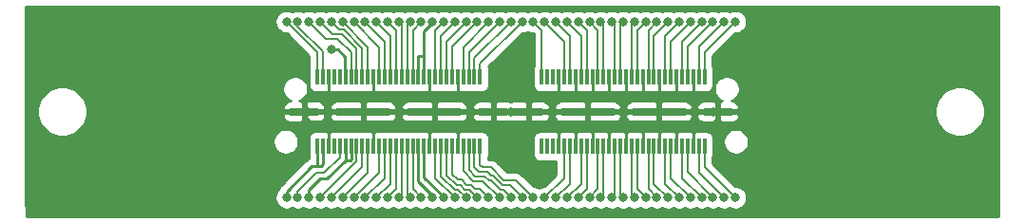
<source format=gbr>
%TF.GenerationSoftware,KiCad,Pcbnew,5.1.10-88a1d61d58~88~ubuntu18.04.1*%
%TF.CreationDate,2021-12-11T14:35:36+07:00*%
%TF.ProjectId,AETINA_AN810_120_PIN_CONNECTOR-EXTENDER,41455449-4e41-45f4-914e-3831305f3132,rev?*%
%TF.SameCoordinates,Original*%
%TF.FileFunction,Copper,L2,Bot*%
%TF.FilePolarity,Positive*%
%FSLAX46Y46*%
G04 Gerber Fmt 4.6, Leading zero omitted, Abs format (unit mm)*
G04 Created by KiCad (PCBNEW 5.1.10-88a1d61d58~88~ubuntu18.04.1) date 2021-12-11 14:35:36*
%MOMM*%
%LPD*%
G01*
G04 APERTURE LIST*
%TA.AperFunction,SMDPad,CuDef*%
%ADD10R,0.305000X1.450000*%
%TD*%
%TA.AperFunction,SMDPad,CuDef*%
%ADD11R,2.540000X0.640000*%
%TD*%
%TA.AperFunction,SMDPad,CuDef*%
%ADD12R,4.700000X0.640000*%
%TD*%
%TA.AperFunction,ViaPad*%
%ADD13C,0.800000*%
%TD*%
%TA.AperFunction,Conductor*%
%ADD14C,0.200000*%
%TD*%
%TA.AperFunction,Conductor*%
%ADD15C,0.250000*%
%TD*%
%TA.AperFunction,Conductor*%
%ADD16C,0.254000*%
%TD*%
%TA.AperFunction,Conductor*%
%ADD17C,0.100000*%
%TD*%
G04 APERTURE END LIST*
D10*
%TO.P,J1,01*%
%TO.N,/CSI_A_D0_P*%
X187950000Y-96939000D03*
%TO.P,J1,02*%
%TO.N,/CSI_B_D0_P*%
X187950000Y-103111000D03*
%TO.P,J1,03*%
%TO.N,/CSI_A_D0_N*%
X187450000Y-96939000D03*
%TO.P,J1,04*%
%TO.N,/CSI_B_D0_N*%
X187450000Y-103111000D03*
%TO.P,J1,05*%
%TO.N,GND*%
X186950000Y-96939000D03*
%TO.P,J1,06*%
X186950000Y-103111000D03*
%TO.P,J1,07*%
%TO.N,/CSI_A_CLK_P*%
X186450000Y-96939000D03*
%TO.P,J1,08*%
%TO.N,/CSI_B_CLK_P*%
X186450000Y-103111000D03*
%TO.P,J1,09*%
%TO.N,/CSI_A_CLK_N*%
X185950000Y-96939000D03*
%TO.P,J1,10*%
%TO.N,/CSI_B_CLK_N*%
X185950000Y-103111000D03*
%TO.P,J1,11*%
%TO.N,GND*%
X185450000Y-96939000D03*
%TO.P,J1,12*%
X185450000Y-103111000D03*
%TO.P,J1,13*%
%TO.N,/CSI_A_D1_P*%
X184950000Y-96939000D03*
%TO.P,J1,14*%
%TO.N,/CSI_B_D1_P*%
X184950000Y-103111000D03*
%TO.P,J1,15*%
%TO.N,/CSI_A_D1_N*%
X184450000Y-96939000D03*
%TO.P,J1,16*%
%TO.N,/CSI_B_D1_N*%
X184450000Y-103111000D03*
%TO.P,J1,17*%
%TO.N,GND*%
X183950000Y-96939000D03*
%TO.P,J1,18*%
X183950000Y-103111000D03*
%TO.P,J1,19*%
%TO.N,/CSI_C_D0_P*%
X183450000Y-96939000D03*
%TO.P,J1,20*%
%TO.N,/CSI_D_D0_P*%
X183450000Y-103111000D03*
%TO.P,J1,21*%
%TO.N,/CSI_C_D0_N*%
X182950000Y-96939000D03*
%TO.P,J1,22*%
%TO.N,/CSI_D_D0_N*%
X182950000Y-103111000D03*
%TO.P,J1,23*%
%TO.N,GND*%
X182450000Y-96939000D03*
%TO.P,J1,24*%
X182450000Y-103111000D03*
%TO.P,J1,25*%
%TO.N,/CSI_C_CLK_P*%
X181950000Y-96939000D03*
%TO.P,J1,26*%
%TO.N,/CSI_D_CLK_P*%
X181950000Y-103111000D03*
%TO.P,J1,27*%
%TO.N,/CSI_C_CLK_N*%
X181450000Y-96939000D03*
%TO.P,J1,28*%
%TO.N,/CSI_D_CLK_N*%
X181450000Y-103111000D03*
%TO.P,J1,29*%
%TO.N,GND*%
X180950000Y-96939000D03*
%TO.P,J1,30*%
X180950000Y-103111000D03*
%TO.P,J1,31*%
%TO.N,/CSI_C_D1_P*%
X180450000Y-96939000D03*
%TO.P,J1,32*%
%TO.N,/CSI_D_D1_P*%
X180450000Y-103111000D03*
%TO.P,J1,33*%
%TO.N,/CSI_C_D1_N*%
X179950000Y-96939000D03*
%TO.P,J1,34*%
%TO.N,/CSI_D_D1_N*%
X179950000Y-103111000D03*
%TO.P,J1,35*%
%TO.N,GND*%
X179450000Y-96939000D03*
%TO.P,J1,36*%
X179450000Y-103111000D03*
%TO.P,J1,37*%
%TO.N,/CSI_E_D0_P*%
X178950000Y-96939000D03*
%TO.P,J1,38*%
%TO.N,/CSI_F_D0_P*%
X178950000Y-103111000D03*
%TO.P,J1,39*%
%TO.N,/CSI_E_D0_N*%
X178450000Y-96939000D03*
%TO.P,J1,40*%
%TO.N,/CSI_F_D0_N*%
X178450000Y-103111000D03*
%TO.P,J1,41*%
%TO.N,GND*%
X177950000Y-96939000D03*
%TO.P,J1,42*%
X177950000Y-103111000D03*
%TO.P,J1,43*%
%TO.N,/CSI_E_CLK_P*%
X177450000Y-96939000D03*
%TO.P,J1,44*%
%TO.N,/CSI_F_CLK_P*%
X177450000Y-103111000D03*
%TO.P,J1,45*%
%TO.N,/CSI_E_CLK_N*%
X176950000Y-96939000D03*
%TO.P,J1,46*%
%TO.N,/CSI_F_CLK_N*%
X176950000Y-103111000D03*
%TO.P,J1,47*%
%TO.N,GND*%
X176450000Y-96939000D03*
%TO.P,J1,48*%
X176450000Y-103111000D03*
%TO.P,J1,49*%
%TO.N,/CSI_E_D1_P*%
X175950000Y-96939000D03*
%TO.P,J1,50*%
%TO.N,/CSI_F_D1_P*%
X175950000Y-103111000D03*
%TO.P,J1,51*%
%TO.N,/CSI_E_D1_N*%
X175450000Y-96939000D03*
%TO.P,J1,52*%
%TO.N,/CSI_F_D1_N*%
X175450000Y-103111000D03*
%TO.P,J1,53*%
%TO.N,GND*%
X174950000Y-96939000D03*
%TO.P,J1,54*%
X174950000Y-103111000D03*
%TO.P,J1,55*%
%TO.N,Net-(J1-Pad55)*%
X174450000Y-96939000D03*
%TO.P,J1,56*%
%TO.N,Net-(J1-Pad56)*%
X174450000Y-103111000D03*
%TO.P,J1,57*%
%TO.N,Net-(J1-Pad57)*%
X173950000Y-96939000D03*
%TO.P,J1,58*%
%TO.N,Net-(J1-Pad58)*%
X173950000Y-103111000D03*
%TO.P,J1,59*%
%TO.N,/CAM_UART3_PSNT_L*%
X173450000Y-96939000D03*
%TO.P,J1,60*%
%TO.N,Net-(J1-Pad60)*%
X173450000Y-103111000D03*
D11*
%TO.P,J1,G1*%
%TO.N,GND*%
X189140000Y-100025000D03*
%TO.P,J1,G4*%
X172260000Y-100025000D03*
D12*
%TO.P,J1,G2*%
X183881000Y-100025000D03*
%TO.P,J1,G3*%
X177531000Y-100025000D03*
D10*
%TO.P,J1,61*%
%TO.N,/CAM_UART3_TXD*%
X167950000Y-96939000D03*
%TO.P,J1,62*%
%TO.N,/SPI2_SCK*%
X167950000Y-103111000D03*
%TO.P,J1,63*%
%TO.N,/CAM_UART3_RXD*%
X167450000Y-96939000D03*
%TO.P,J1,64*%
%TO.N,/SPI2_MISO*%
X167450000Y-103111000D03*
%TO.P,J1,65*%
%TO.N,/CAM_UART3_CTS*%
X166950000Y-96939000D03*
%TO.P,J1,66*%
%TO.N,/SPI2_CS1*%
X166950000Y-103111000D03*
%TO.P,J1,67*%
%TO.N,/CAM_UART3_RTS*%
X166450000Y-96939000D03*
%TO.P,J1,68*%
%TO.N,/SPI2_MOSI*%
X166450000Y-103111000D03*
%TO.P,J1,69*%
%TO.N,GND*%
X165950000Y-96939000D03*
%TO.P,J1,70*%
X165950000Y-103111000D03*
%TO.P,J1,71*%
%TO.N,/AO_DMIC_IN_CLK*%
X165450000Y-96939000D03*
%TO.P,J1,72*%
%TO.N,/I2S3_CLK*%
X165450000Y-103111000D03*
%TO.P,J1,73*%
%TO.N,/AO_DMIC_IN_DAT*%
X164950000Y-96939000D03*
%TO.P,J1,74*%
%TO.N,/I2S3_LRCLK*%
X164950000Y-103111000D03*
%TO.P,J1,75*%
%TO.N,/CAM_I2C_SCL*%
X164450000Y-96939000D03*
%TO.P,J1,76*%
%TO.N,/I2S3_SDIN*%
X164450000Y-103115000D03*
%TO.P,J1,77*%
%TO.N,/CAM_I2C_SDA*%
X163950000Y-96939000D03*
%TO.P,J1,78*%
%TO.N,/I2S3_SDOUT*%
X163950000Y-103111000D03*
%TO.P,J1,79*%
%TO.N,GND*%
X163450000Y-96939000D03*
%TO.P,J1,80*%
X163450000Y-103111000D03*
%TO.P,J1,81*%
%TO.N,/AVDD_CAM*%
X162950000Y-96939000D03*
%TO.P,J1,82*%
X162950000Y-103111000D03*
%TO.P,J1,83*%
X162450000Y-96939000D03*
%TO.P,J1,84*%
%TO.N,/VDD_3V3_SLP*%
X162450000Y-103111000D03*
%TO.P,J1,85*%
%TO.N,/CAM_AF_PWDN*%
X161950000Y-96939000D03*
%TO.P,J1,86*%
%TO.N,/CAM_VSYNC*%
X161950000Y-103111000D03*
%TO.P,J1,87*%
%TO.N,/I2C_PM_CLK*%
X161450000Y-96939000D03*
%TO.P,J1,88*%
%TO.N,/CAM1_MCLK*%
X161450000Y-103111000D03*
%TO.P,J1,89*%
%TO.N,/I2C_PM_DAT*%
X160950000Y-96939000D03*
%TO.P,J1,90*%
%TO.N,/CAM1_PWDN*%
X160950000Y-103111000D03*
%TO.P,J1,91*%
%TO.N,/CAM0_MCLK*%
X160450000Y-96939000D03*
%TO.P,J1,92*%
%TO.N,/CAM1_RST_L*%
X160450000Y-103111000D03*
%TO.P,J1,93*%
%TO.N,/CAM0_PWDN*%
X159950000Y-96939000D03*
%TO.P,J1,94*%
%TO.N,/CAM2_MCLK*%
X159950000Y-103111000D03*
%TO.P,J1,95*%
%TO.N,/CAM0_RST_L*%
X159450000Y-96939000D03*
%TO.P,J1,96*%
%TO.N,/CAM2_PWDN*%
X159450000Y-103111000D03*
%TO.P,J1,97*%
%TO.N,/FLASH_EN*%
X158950000Y-96939000D03*
%TO.P,J1,98*%
%TO.N,/CAM2_RST*%
X158950000Y-103111000D03*
%TO.P,J1,99*%
%TO.N,GND*%
X158450000Y-96939000D03*
%TO.P,J1,100*%
X158450000Y-103111000D03*
%TO.P,J1,101*%
%TO.N,/DVDD_CAM_IO_1V2*%
X157950000Y-96939000D03*
%TO.P,J1,102*%
%TO.N,/DVDD_CAM_IO_1V8*%
X157950000Y-103111000D03*
%TO.P,J1,103*%
%TO.N,/FLASH_INHIBIT*%
X157450000Y-96939000D03*
%TO.P,J1,104*%
%TO.N,/TORCH_EN*%
X157450000Y-103111000D03*
%TO.P,J1,105*%
%TO.N,/I2C_GP0_CLK_1V8*%
X156950000Y-96939000D03*
%TO.P,J1,106*%
%TO.N,/FLASH_STROBE*%
X156950000Y-103111000D03*
%TO.P,J1,107*%
%TO.N,/I2C_GP0_DAT_1V8*%
X156450000Y-96939000D03*
%TO.P,J1,108*%
%TO.N,/VDD_3V3_SLP*%
X156450000Y-103111000D03*
%TO.P,J1,109*%
%TO.N,/VDD_5V0_IO_SYS*%
X155950000Y-96939000D03*
%TO.P,J1,110*%
%TO.N,/VDD_3V3_SLP*%
X155950000Y-103111000D03*
%TO.P,J1,111*%
%TO.N,Net-(J1-Pad111)*%
X155450000Y-96939000D03*
%TO.P,J1,112*%
%TO.N,/MOTION_INT_AP_L*%
X155450000Y-103111000D03*
%TO.P,J1,113*%
%TO.N,Net-(J1-Pad113)*%
X154950000Y-96939000D03*
%TO.P,J1,114*%
%TO.N,Net-(J1-Pad114)*%
X154950000Y-103111000D03*
%TO.P,J1,115*%
%TO.N,GND*%
X154450000Y-96939000D03*
%TO.P,J1,116*%
X154450000Y-103111000D03*
%TO.P,J1,117*%
%TO.N,/MDM2AP_READY_1V8*%
X153950000Y-96939000D03*
%TO.P,J1,118*%
%TO.N,/VDD_5V0_IO_SYS*%
X153950000Y-103111000D03*
%TO.P,J1,119*%
%TO.N,/VDD_SYS_EN*%
X153450000Y-96939000D03*
%TO.P,J1,120*%
%TO.N,/VDD_5V0_IO_SYS*%
X153450000Y-103111000D03*
D11*
%TO.P,J1,G5*%
%TO.N,GND*%
X169140000Y-100025000D03*
%TO.P,J1,G8*%
X152260000Y-100025000D03*
D12*
%TO.P,J1,G6*%
X163869000Y-100025000D03*
%TO.P,J1,G7*%
X157519000Y-100025000D03*
%TD*%
D13*
%TO.N,GND*%
X170700000Y-98000000D03*
X170700000Y-102000000D03*
X195700000Y-102000000D03*
X195700000Y-98000000D03*
X145700000Y-102000000D03*
X145700000Y-98000000D03*
X183876500Y-100025000D03*
X177526500Y-100025000D03*
X163873500Y-100025000D03*
X157523500Y-100017260D03*
X170739000Y-100025000D03*
X152633500Y-100025000D03*
X188766500Y-100025000D03*
%TO.N,/SPI2_MOSI*%
X169700000Y-107700000D03*
%TO.N,/SPI2_MISO*%
X171700000Y-107700000D03*
%TO.N,/SPI2_SCK*%
X172700000Y-107700000D03*
%TO.N,/VDD_5V0_IO_SYS*%
X154700000Y-94500000D03*
X150700000Y-107700000D03*
%TO.N,/VDD_3V3_SLP*%
X163700000Y-107700000D03*
X152700000Y-107700000D03*
%TO.N,/VDD_SYS_EN*%
X150700000Y-92000000D03*
%TO.N,/MDM2AP_READY_1V8*%
X151700000Y-92000000D03*
%TO.N,/MOTION_INT_AP_L*%
X151700000Y-107700000D03*
%TO.N,/I2C_GP0_DAT_1V8*%
X152700000Y-92000000D03*
%TO.N,/FLASH_STROBE*%
X153700000Y-107700000D03*
%TO.N,/I2C_GP0_CLK_1V8*%
X153700000Y-92000000D03*
%TO.N,/TORCH_EN*%
X154700000Y-107700000D03*
%TO.N,/FLASH_INHIBIT*%
X154700000Y-92000000D03*
%TO.N,/DVDD_CAM_IO_1V8*%
X155700000Y-107700000D03*
%TO.N,/DVDD_CAM_IO_1V2*%
X155700000Y-92000000D03*
%TO.N,/CAM2_RST*%
X156700000Y-107700000D03*
%TO.N,/FLASH_EN*%
X156700000Y-92000000D03*
%TO.N,/CAM2_PWDN*%
X157700000Y-107700000D03*
%TO.N,/CAM0_RST_L*%
X157700000Y-92000000D03*
%TO.N,/CAM2_MCLK*%
X158700000Y-107700000D03*
%TO.N,/CAM0_PWDN*%
X158700000Y-92000000D03*
%TO.N,/CAM1_RST_L*%
X159700000Y-107700000D03*
%TO.N,/CAM0_MCLK*%
X159700000Y-92000000D03*
%TO.N,/CAM1_PWDN*%
X160700000Y-107700000D03*
%TO.N,/I2C_PM_DAT*%
X160700000Y-92000000D03*
%TO.N,/CAM1_MCLK*%
X161700000Y-107700000D03*
%TO.N,/I2C_PM_CLK*%
X161700000Y-92000000D03*
%TO.N,/CAM_VSYNC*%
X162700000Y-107700000D03*
%TO.N,/CAM_AF_PWDN*%
X162700000Y-92000000D03*
%TO.N,/AVDD_CAM*%
X163700000Y-92000000D03*
X164700000Y-107700000D03*
%TO.N,/I2S3_SDOUT*%
X165700000Y-107700000D03*
%TO.N,/CAM_I2C_SDA*%
X164700000Y-92000000D03*
%TO.N,/I2S3_SDIN*%
X166700000Y-107700000D03*
%TO.N,/CAM_I2C_SCL*%
X165700000Y-92000000D03*
%TO.N,/I2S3_LRCLK*%
X167700000Y-107700000D03*
%TO.N,/AO_DMIC_IN_DAT*%
X166700000Y-92000000D03*
%TO.N,/I2S3_CLK*%
X168700000Y-107700000D03*
%TO.N,/AO_DMIC_IN_CLK*%
X167700000Y-92000000D03*
%TO.N,/CAM_UART3_RTS*%
X168700000Y-92000000D03*
%TO.N,/SPI2_CS1*%
X170700000Y-107700000D03*
%TO.N,/CAM_UART3_CTS*%
X169700000Y-92000000D03*
%TO.N,/CAM_UART3_RXD*%
X170700000Y-92000000D03*
%TO.N,/CAM_UART3_TXD*%
X171700000Y-92000000D03*
%TO.N,/CAM_UART3_PSNT_L*%
X172700000Y-92000000D03*
%TO.N,/CSI_F_D1_P*%
X174700000Y-107700000D03*
%TO.N,/CSI_E_D1_N*%
X173700000Y-92000000D03*
%TO.N,/CSI_E_D1_P*%
X174700000Y-92000000D03*
%TO.N,/CSI_F_CLK_N*%
X175700000Y-107700000D03*
%TO.N,/CSI_E_CLK_N*%
X175700000Y-92000000D03*
%TO.N,/CSI_F_CLK_P*%
X176700000Y-107700000D03*
%TO.N,/CSI_E_CLK_P*%
X176700000Y-92000000D03*
%TO.N,/CSI_F_D0_N*%
X177700000Y-107700000D03*
%TO.N,/CSI_E_D0_N*%
X177700000Y-92000000D03*
%TO.N,/CSI_F_D0_P*%
X178700000Y-107700000D03*
%TO.N,/CSI_E_D0_P*%
X178700000Y-92000000D03*
%TO.N,/CSI_D_D1_N*%
X179700000Y-107700000D03*
%TO.N,/CSI_C_D1_N*%
X179700000Y-92000000D03*
%TO.N,/CSI_D_D1_P*%
X180700000Y-107700000D03*
%TO.N,/CSI_C_D1_P*%
X180700000Y-92000000D03*
%TO.N,/CSI_D_CLK_N*%
X181700000Y-107700000D03*
%TO.N,/CSI_C_CLK_N*%
X181700000Y-92000000D03*
%TO.N,/CSI_D_CLK_P*%
X182700000Y-107700000D03*
%TO.N,/CSI_C_CLK_P*%
X182700000Y-92000000D03*
%TO.N,/CSI_D_D0_N*%
X183700000Y-107700000D03*
%TO.N,/CSI_C_D0_N*%
X183700000Y-92000000D03*
%TO.N,/CSI_D_D0_P*%
X184700000Y-107700000D03*
%TO.N,/CSI_C_D0_P*%
X184700000Y-92000000D03*
%TO.N,/CSI_B_D1_N*%
X185700000Y-107700000D03*
%TO.N,/CSI_A_D1_N*%
X185700000Y-92000000D03*
%TO.N,/CSI_B_D1_P*%
X186700000Y-107700000D03*
%TO.N,/CSI_A_D1_P*%
X186700000Y-92000000D03*
%TO.N,/CSI_B_CLK_N*%
X187700000Y-107700000D03*
%TO.N,/CSI_A_CLK_N*%
X187700000Y-92000000D03*
%TO.N,/CSI_B_CLK_P*%
X188700000Y-107700000D03*
%TO.N,/CSI_A_CLK_P*%
X188700000Y-92000000D03*
%TO.N,/CSI_B_D0_N*%
X189700000Y-107700000D03*
%TO.N,/CSI_A_D0_N*%
X189700000Y-92000000D03*
%TO.N,/CSI_B_D0_P*%
X190700000Y-107700000D03*
%TO.N,/CSI_A_D0_P*%
X190700000Y-92000000D03*
%TO.N,/CSI_F_D1_N*%
X173700000Y-107700000D03*
%TD*%
D14*
%TO.N,GND*%
X156970640Y-99956200D02*
X157039640Y-100025200D01*
D15*
X152260000Y-100375420D02*
X152260000Y-100025000D01*
X152798780Y-100914200D02*
X152260000Y-100375420D01*
X186950000Y-101007260D02*
X186856940Y-100914200D01*
X186950000Y-103111000D02*
X186950000Y-101007260D01*
X189140000Y-100025000D02*
X189140000Y-100554620D01*
X188687360Y-101007260D02*
X186950000Y-101007260D01*
X189140000Y-100554620D02*
X188687360Y-101007260D01*
X157519000Y-100908220D02*
X157513020Y-100914200D01*
X157519000Y-100025000D02*
X157519000Y-100908220D01*
X158450000Y-100977420D02*
X158386780Y-100914200D01*
X158450000Y-103111000D02*
X158450000Y-100977420D01*
X158386780Y-100914200D02*
X157513020Y-100914200D01*
X157513020Y-100914200D02*
X154459940Y-100914200D01*
X154450000Y-100924140D02*
X154459940Y-100914200D01*
X154450000Y-103111000D02*
X154450000Y-100924140D01*
X154459940Y-100914200D02*
X152798780Y-100914200D01*
X163450000Y-103111000D02*
X163450000Y-100958380D01*
X163450000Y-100958380D02*
X163405820Y-100914200D01*
X163405820Y-100914200D02*
X158386780Y-100914200D01*
X165950000Y-100948860D02*
X165915340Y-100914200D01*
X165950000Y-103111000D02*
X165950000Y-100948860D01*
X165915340Y-100914200D02*
X163405820Y-100914200D01*
X174950000Y-100993060D02*
X175028860Y-100914200D01*
X174950000Y-103111000D02*
X174950000Y-100993060D01*
X176450000Y-100935780D02*
X176471580Y-100914200D01*
X176450000Y-103111000D02*
X176450000Y-100935780D01*
X176471580Y-100914200D02*
X175028860Y-100914200D01*
X177950000Y-100937200D02*
X177927000Y-100914200D01*
X177950000Y-103111000D02*
X177950000Y-100937200D01*
X177927000Y-100914200D02*
X176471580Y-100914200D01*
X179450000Y-100940600D02*
X179476400Y-100914200D01*
X179450000Y-103111000D02*
X179450000Y-100940600D01*
X179476400Y-100914200D02*
X177927000Y-100914200D01*
X182450000Y-100978440D02*
X182514240Y-100914200D01*
X182450000Y-103111000D02*
X182450000Y-100978440D01*
X183950000Y-100949100D02*
X183984900Y-100914200D01*
X183950000Y-103111000D02*
X183950000Y-100949100D01*
X183984900Y-100914200D02*
X182514240Y-100914200D01*
X185450000Y-101003580D02*
X185539380Y-100914200D01*
X185450000Y-103111000D02*
X185450000Y-101003580D01*
X186856940Y-100914200D02*
X185539380Y-100914200D01*
X185539380Y-100914200D02*
X183984900Y-100914200D01*
X154450000Y-98973860D02*
X154450000Y-96939000D01*
X154452320Y-98976180D02*
X154450000Y-98973860D01*
X158450000Y-98925100D02*
X158501080Y-98976180D01*
X158450000Y-96939000D02*
X158450000Y-98925100D01*
X158501080Y-98976180D02*
X154452320Y-98976180D01*
X163450000Y-98928920D02*
X163497260Y-98976180D01*
X163450000Y-96939000D02*
X163450000Y-98928920D01*
X163497260Y-98976180D02*
X158501080Y-98976180D01*
X165950000Y-96939000D02*
X165950000Y-98878020D01*
X165950000Y-98878020D02*
X165851840Y-98976180D01*
X165851840Y-98976180D02*
X163497260Y-98976180D01*
X174950000Y-98864540D02*
X174838360Y-98976180D01*
X174950000Y-96939000D02*
X174950000Y-98864540D01*
X176450000Y-98919040D02*
X176507140Y-98976180D01*
X176450000Y-96939000D02*
X176450000Y-98919040D01*
X176507140Y-98976180D02*
X174838360Y-98976180D01*
X179450000Y-98883200D02*
X179357020Y-98976180D01*
X179450000Y-96939000D02*
X179450000Y-98883200D01*
X177950000Y-98894760D02*
X177868580Y-98976180D01*
X179357020Y-98976180D02*
X177868580Y-98976180D01*
X177950000Y-96939000D02*
X177950000Y-98894760D01*
X177868580Y-98976180D02*
X176507140Y-98976180D01*
X180950000Y-98904660D02*
X180878480Y-98976180D01*
X180950000Y-96939000D02*
X180950000Y-98904660D01*
X180878480Y-98976180D02*
X179357020Y-98976180D01*
X182450000Y-98913420D02*
X182387240Y-98976180D01*
X182450000Y-96939000D02*
X182450000Y-98913420D01*
X182387240Y-98976180D02*
X180878480Y-98976180D01*
X183950000Y-98922180D02*
X183896000Y-98976180D01*
X183950000Y-96939000D02*
X183950000Y-98922180D01*
X183896000Y-98976180D02*
X182387240Y-98976180D01*
X185450000Y-98828380D02*
X185597800Y-98976180D01*
X185450000Y-96939000D02*
X185450000Y-98828380D01*
X186907740Y-98976180D02*
X185597800Y-98976180D01*
X185597800Y-98976180D02*
X183896000Y-98976180D01*
X186950000Y-98933920D02*
X186907740Y-98976180D01*
X186950000Y-96939000D02*
X186950000Y-98933920D01*
X170700000Y-98000000D02*
X170700000Y-98941320D01*
X170700000Y-98941320D02*
X170665140Y-98976180D01*
X174838360Y-98976180D02*
X170665140Y-98976180D01*
X170665140Y-98976180D02*
X165851840Y-98976180D01*
X170700000Y-100992240D02*
X170621960Y-100914200D01*
X170700000Y-102000000D02*
X170700000Y-100992240D01*
X175028860Y-100914200D02*
X170621960Y-100914200D01*
X170621960Y-100914200D02*
X165915340Y-100914200D01*
X180950000Y-100979840D02*
X181015640Y-100914200D01*
X180950000Y-103111000D02*
X180950000Y-100979840D01*
X182514240Y-100914200D02*
X181015640Y-100914200D01*
X181015640Y-100914200D02*
X179476400Y-100914200D01*
D14*
%TO.N,/SPI2_MOSI*%
X168207560Y-106207560D02*
X169700000Y-107700000D01*
X167336563Y-106207560D02*
X168207560Y-106207560D01*
X166450000Y-105320997D02*
X167336563Y-106207560D01*
X166450000Y-103111000D02*
X166450000Y-105320997D01*
%TO.N,/SPI2_MISO*%
X169924007Y-106599989D02*
X170599989Y-106599989D01*
X167450000Y-103111000D02*
X167450000Y-104996480D01*
X167450000Y-104996480D02*
X167861060Y-105407540D01*
X168917620Y-105757980D02*
X169081998Y-105757980D01*
X170599989Y-106599989D02*
X171700000Y-107700000D01*
X167861060Y-105407540D02*
X168567180Y-105407540D01*
X169081998Y-105757980D02*
X169924007Y-106599989D01*
X168567180Y-105407540D02*
X168917620Y-105757980D01*
%TO.N,/SPI2_SCK*%
X167950000Y-103111000D02*
X167950000Y-104810680D01*
X168146850Y-105007530D02*
X168901739Y-105007530D01*
X167950000Y-104810680D02*
X168146850Y-105007530D01*
X171133391Y-106133391D02*
X172700000Y-107700000D01*
X170027600Y-106133391D02*
X171133391Y-106133391D01*
X168901739Y-105007530D02*
X170027600Y-106133391D01*
D15*
%TO.N,/VDD_5V0_IO_SYS*%
X153769060Y-104909620D02*
X153490380Y-104909620D01*
X153949400Y-103348720D02*
X153949400Y-104729280D01*
X153949400Y-104729280D02*
X153769060Y-104909620D01*
X153950000Y-103348120D02*
X153949400Y-103348720D01*
X153950000Y-103111000D02*
X153950000Y-103348120D01*
X155927501Y-96181621D02*
X155927501Y-95165621D01*
X155950000Y-96939000D02*
X155950000Y-96204120D01*
X155950000Y-96204120D02*
X155927501Y-96181621D01*
X155261880Y-94500000D02*
X154700000Y-94500000D01*
X155927501Y-95165621D02*
X155261880Y-94500000D01*
X150700000Y-107134315D02*
X150700000Y-107700000D01*
X152924695Y-104909620D02*
X150700000Y-107134315D01*
X153450000Y-104849640D02*
X153509980Y-104909620D01*
X153450000Y-103111000D02*
X153450000Y-104849640D01*
X153769060Y-104909620D02*
X153509980Y-104909620D01*
X153509980Y-104909620D02*
X152924695Y-104909620D01*
%TO.N,/VDD_3V3_SLP*%
X155950000Y-103111000D02*
X155950000Y-104376998D01*
X156450000Y-103491000D02*
X156448760Y-103492240D01*
X156450000Y-103111000D02*
X156450000Y-103491000D01*
X156448760Y-103492240D02*
X156448760Y-104292400D01*
X156364162Y-104376998D02*
X155950000Y-104376998D01*
X156448760Y-104292400D02*
X156364162Y-104376998D01*
X163700000Y-107499960D02*
X162450000Y-106249960D01*
X163700000Y-107700000D02*
X163700000Y-107499960D01*
X162450000Y-103111000D02*
X162450000Y-106249960D01*
X154303659Y-106023339D02*
X153656101Y-106023339D01*
X155950000Y-104376998D02*
X154303659Y-106023339D01*
X152700000Y-106979440D02*
X152700000Y-107700000D01*
X153656101Y-106023339D02*
X152700000Y-106979440D01*
D14*
%TO.N,/VDD_SYS_EN*%
X153450000Y-94750000D02*
X150700000Y-92000000D01*
X153450000Y-96939000D02*
X153450000Y-94750000D01*
%TO.N,/MDM2AP_READY_1V8*%
X153950000Y-96939000D02*
X153950000Y-94666400D01*
X151700000Y-92416400D02*
X151700000Y-92000000D01*
X153950000Y-94666400D02*
X151700000Y-92416400D01*
%TO.N,/MOTION_INT_AP_L*%
X151700000Y-107171720D02*
X151700000Y-107700000D01*
X155450000Y-103111000D02*
X155450000Y-104117598D01*
X154071238Y-105496360D02*
X155450000Y-104117598D01*
X153375360Y-105496360D02*
X154071238Y-105496360D01*
X153375360Y-105496360D02*
X151700000Y-107171720D01*
%TO.N,/I2C_GP0_DAT_1V8*%
X154200021Y-93500021D02*
X152700000Y-92000000D01*
X155211861Y-93500021D02*
X154200021Y-93500021D01*
X156450000Y-94738160D02*
X155211861Y-93500021D01*
X156450000Y-96939000D02*
X156450000Y-94738160D01*
%TO.N,/FLASH_STROBE*%
X156950000Y-104450000D02*
X153700000Y-107700000D01*
X156950000Y-103111000D02*
X156950000Y-104450000D01*
%TO.N,/I2C_GP0_CLK_1V8*%
X153717080Y-92132522D02*
X153717080Y-92096520D01*
X154800011Y-93100011D02*
X153700000Y-92000000D01*
X155632613Y-93100011D02*
X154800011Y-93100011D01*
X156950000Y-94417398D02*
X155632613Y-93100011D01*
X156950000Y-96939000D02*
X156950000Y-94417398D01*
%TO.N,/TORCH_EN*%
X157450000Y-104950000D02*
X154700000Y-107700000D01*
X157450000Y-103111000D02*
X157450000Y-104950000D01*
%TO.N,/FLASH_INHIBIT*%
X155798301Y-92700001D02*
X155400001Y-92700001D01*
X155400001Y-92700001D02*
X154700000Y-92000000D01*
X157450000Y-94351700D02*
X155798301Y-92700001D01*
X157450000Y-96939000D02*
X157450000Y-94351700D01*
%TO.N,/DVDD_CAM_IO_1V8*%
X157950000Y-105450000D02*
X155700000Y-107700000D01*
X157950000Y-103111000D02*
X157950000Y-105450000D01*
%TO.N,/DVDD_CAM_IO_1V2*%
X155700000Y-92036002D02*
X155700000Y-92000000D01*
X157950000Y-94286002D02*
X155700000Y-92036002D01*
X157950000Y-96939000D02*
X157950000Y-94286002D01*
%TO.N,/CAM2_RST*%
X158950000Y-105450000D02*
X156700000Y-107700000D01*
X158950000Y-103111000D02*
X158950000Y-105450000D01*
%TO.N,/FLASH_EN*%
X156700000Y-92036002D02*
X156700000Y-92000000D01*
X158950000Y-94286002D02*
X156700000Y-92036002D01*
X158950000Y-96939000D02*
X158950000Y-94286002D01*
%TO.N,/CAM2_PWDN*%
X159450000Y-105950000D02*
X157700000Y-107700000D01*
X159450000Y-103111000D02*
X159450000Y-105950000D01*
%TO.N,/CAM0_RST_L*%
X157700000Y-92036002D02*
X157700000Y-92000000D01*
X159450000Y-93786002D02*
X157700000Y-92036002D01*
X159450000Y-96939000D02*
X159450000Y-93786002D01*
%TO.N,/CAM2_MCLK*%
X159950000Y-106450000D02*
X158700000Y-107700000D01*
X159950000Y-103111000D02*
X159950000Y-106450000D01*
%TO.N,/CAM0_PWDN*%
X158700000Y-92036002D02*
X158700000Y-92000000D01*
X159950000Y-93286002D02*
X158700000Y-92036002D01*
X159950000Y-96939000D02*
X159950000Y-93286002D01*
%TO.N,/CAM1_RST_L*%
X160450000Y-106950000D02*
X159700000Y-107700000D01*
X160450000Y-103111000D02*
X160450000Y-106950000D01*
%TO.N,/CAM0_MCLK*%
X159700000Y-92036002D02*
X159700000Y-92000000D01*
X160450000Y-92786002D02*
X159700000Y-92036002D01*
X160450000Y-96939000D02*
X160450000Y-92786002D01*
%TO.N,/CAM1_PWDN*%
X160950000Y-107450000D02*
X160700000Y-107700000D01*
X160950000Y-103111000D02*
X160950000Y-107450000D01*
%TO.N,/I2C_PM_DAT*%
X160950000Y-92250000D02*
X160700000Y-92000000D01*
X160950000Y-96939000D02*
X160950000Y-92250000D01*
%TO.N,/CAM1_MCLK*%
X161450000Y-107450000D02*
X161700000Y-107700000D01*
X161450000Y-103111000D02*
X161450000Y-107450000D01*
%TO.N,/I2C_PM_CLK*%
X161717080Y-92132522D02*
X161717080Y-92096520D01*
X161450000Y-92250000D02*
X161700000Y-92000000D01*
X161450000Y-96939000D02*
X161450000Y-92250000D01*
%TO.N,/CAM_VSYNC*%
X161950000Y-106950000D02*
X162700000Y-107700000D01*
X161950000Y-103111000D02*
X161950000Y-106950000D01*
%TO.N,/CAM_AF_PWDN*%
X161950000Y-92750000D02*
X162700000Y-92000000D01*
X161950000Y-96939000D02*
X161950000Y-92750000D01*
%TO.N,/AVDD_CAM*%
X163700000Y-92036002D02*
X163700000Y-92000000D01*
D15*
X164700000Y-107626998D02*
X164700000Y-107700000D01*
X162950000Y-105876998D02*
X164700000Y-107626998D01*
X162950000Y-103111000D02*
X162950000Y-105876998D01*
X163700000Y-92073002D02*
X163700000Y-92000000D01*
X162950000Y-92823002D02*
X163700000Y-92073002D01*
X162450000Y-96939000D02*
X162450000Y-95084120D01*
X162917360Y-95084120D02*
X162950000Y-95116760D01*
X162450000Y-95084120D02*
X162917360Y-95084120D01*
X162950000Y-96939000D02*
X162950000Y-95116760D01*
X162950000Y-95116760D02*
X162950000Y-92823002D01*
D14*
%TO.N,/I2S3_SDOUT*%
X163950000Y-105950000D02*
X165700000Y-107700000D01*
X163950000Y-103111000D02*
X163950000Y-105950000D01*
%TO.N,/CAM_I2C_SDA*%
X164717080Y-92132522D02*
X164717080Y-92096520D01*
X163950000Y-92750000D02*
X164700000Y-92000000D01*
X163950000Y-96939000D02*
X163950000Y-92750000D01*
%TO.N,/I2S3_SDIN*%
X165999999Y-106999999D02*
X166700000Y-107700000D01*
X165676539Y-106999999D02*
X165999999Y-106999999D01*
X164450000Y-105773460D02*
X165676539Y-106999999D01*
X164450000Y-103115000D02*
X164450000Y-105773460D01*
%TO.N,/CAM_I2C_SCL*%
X165717080Y-92132522D02*
X165717080Y-92096520D01*
X164450000Y-93250000D02*
X165700000Y-92000000D01*
X164450000Y-96939000D02*
X164450000Y-93250000D01*
%TO.N,/I2S3_LRCLK*%
X166601699Y-106999999D02*
X166999999Y-106999999D01*
X166201689Y-106599989D02*
X166601699Y-106999999D01*
X165863269Y-106599989D02*
X166201689Y-106599989D01*
X164950000Y-103111000D02*
X164950000Y-105686720D01*
X166999999Y-106999999D02*
X167700000Y-107700000D01*
X164950000Y-105686720D02*
X165863269Y-106599989D01*
%TO.N,/AO_DMIC_IN_DAT*%
X164950000Y-93750000D02*
X166700000Y-92000000D01*
X164950000Y-96939000D02*
X164950000Y-93750000D01*
%TO.N,/I2S3_CLK*%
X168700000Y-107700000D02*
X167889870Y-106889870D01*
X167455568Y-106889870D02*
X167165688Y-106599989D01*
X167165688Y-106599989D02*
X166767387Y-106599989D01*
X165450000Y-105135160D02*
X165450000Y-103111000D01*
X165450000Y-105621022D02*
X165450000Y-105135160D01*
X166767387Y-106599989D02*
X166273358Y-106105960D01*
X166273358Y-106105960D02*
X165934938Y-106105960D01*
X167889870Y-106889870D02*
X167455568Y-106889870D01*
X165934938Y-106105960D02*
X165450000Y-105621022D01*
%TO.N,/AO_DMIC_IN_CLK*%
X165450000Y-94250000D02*
X167700000Y-92000000D01*
X165450000Y-96939000D02*
X165450000Y-94250000D01*
%TO.N,/CAM_UART3_RTS*%
X168700000Y-92036002D02*
X168700000Y-92000000D01*
X166450000Y-94286002D02*
X168700000Y-92036002D01*
X166450000Y-96939000D02*
X166450000Y-94286002D01*
%TO.N,/SPI2_CS1*%
X169999999Y-106999999D02*
X170700000Y-107700000D01*
X169758319Y-106999999D02*
X169999999Y-106999999D01*
X168932860Y-106174540D02*
X169758319Y-106999999D01*
X168740238Y-106174540D02*
X168932860Y-106174540D01*
X168373249Y-105807550D02*
X168740238Y-106174540D01*
X167502251Y-105807550D02*
X168373249Y-105807550D01*
X166950000Y-105255299D02*
X167502251Y-105807550D01*
X166950000Y-103111000D02*
X166950000Y-105255299D01*
D15*
%TO.N,/CAM_UART3_CTS*%
X166970640Y-96450640D02*
X166960000Y-96440000D01*
X166970640Y-96939200D02*
X166970640Y-96450640D01*
D14*
X166950000Y-94750000D02*
X169700000Y-92000000D01*
X166950000Y-96939000D02*
X166950000Y-94750000D01*
%TO.N,/CAM_UART3_RXD*%
X167450000Y-95250000D02*
X170700000Y-92000000D01*
X167450000Y-96939000D02*
X167450000Y-95250000D01*
%TO.N,/CAM_UART3_TXD*%
X167950000Y-95750000D02*
X171700000Y-92000000D01*
X167950000Y-96939000D02*
X167950000Y-95750000D01*
%TO.N,/CAM_UART3_PSNT_L*%
X173450000Y-92750000D02*
X172700000Y-92000000D01*
X173450000Y-96939000D02*
X173450000Y-92750000D01*
D15*
%TO.N,Net-(J1-Pad56)*%
X174470640Y-103280640D02*
X174470000Y-103281280D01*
X174470640Y-103111200D02*
X174470640Y-103280640D01*
D14*
%TO.N,/CSI_F_D1_P*%
X175970640Y-103009360D02*
X175970000Y-103008720D01*
X175970640Y-103111200D02*
X175970640Y-103009360D01*
X175950000Y-106450000D02*
X174700000Y-107700000D01*
X175950000Y-103111000D02*
X175950000Y-106450000D01*
%TO.N,/CSI_E_D1_N*%
X175450000Y-93750000D02*
X173700000Y-92000000D01*
X175450000Y-96939000D02*
X175450000Y-93750000D01*
%TO.N,/CSI_E_D1_P*%
X174700000Y-92036002D02*
X174700000Y-92000000D01*
X175950000Y-93286002D02*
X174700000Y-92036002D01*
X175950000Y-96939000D02*
X175950000Y-93286002D01*
%TO.N,/CSI_F_CLK_N*%
X176950000Y-106450000D02*
X175700000Y-107700000D01*
X176950000Y-103111000D02*
X176950000Y-106450000D01*
%TO.N,/CSI_E_CLK_N*%
X176950000Y-93250000D02*
X175700000Y-92000000D01*
X176950000Y-96939000D02*
X176950000Y-93250000D01*
%TO.N,/CSI_F_CLK_P*%
X177450000Y-106950000D02*
X176700000Y-107700000D01*
X177450000Y-103111000D02*
X177450000Y-106950000D01*
%TO.N,/CSI_E_CLK_P*%
X177450000Y-92750000D02*
X176700000Y-92000000D01*
X177450000Y-96939000D02*
X177450000Y-92750000D01*
%TO.N,/CSI_F_D0_N*%
X178450000Y-106950000D02*
X177700000Y-107700000D01*
X178450000Y-103111000D02*
X178450000Y-106950000D01*
%TO.N,/CSI_E_D0_N*%
X178450000Y-92750000D02*
X177700000Y-92000000D01*
X178450000Y-96939000D02*
X178450000Y-92750000D01*
%TO.N,/CSI_F_D0_P*%
X178950000Y-107450000D02*
X178700000Y-107700000D01*
X178950000Y-103111000D02*
X178950000Y-107450000D01*
%TO.N,/CSI_E_D0_P*%
X178950000Y-92250000D02*
X178700000Y-92000000D01*
X178950000Y-96939000D02*
X178950000Y-92250000D01*
%TO.N,/CSI_D_D1_N*%
X179950000Y-107450000D02*
X179700000Y-107700000D01*
X179950000Y-103111000D02*
X179950000Y-107450000D01*
%TO.N,/CSI_C_D1_N*%
X179950000Y-92250000D02*
X179700000Y-92000000D01*
X179950000Y-96939000D02*
X179950000Y-92250000D01*
%TO.N,/CSI_D_D1_P*%
X180450000Y-107450000D02*
X180700000Y-107700000D01*
X180450000Y-103111000D02*
X180450000Y-107450000D01*
%TO.N,/CSI_C_D1_P*%
X180470000Y-96939840D02*
X180470640Y-96939200D01*
X180450000Y-92250000D02*
X180700000Y-92000000D01*
X180450000Y-96939000D02*
X180450000Y-92250000D01*
%TO.N,/CSI_D_CLK_N*%
X181450000Y-107450000D02*
X181700000Y-107700000D01*
X181450000Y-103111000D02*
X181450000Y-107450000D01*
%TO.N,/CSI_C_CLK_N*%
X181450000Y-92250000D02*
X181700000Y-92000000D01*
X181450000Y-96939000D02*
X181450000Y-92250000D01*
%TO.N,/CSI_D_CLK_P*%
X181950000Y-106950000D02*
X182700000Y-107700000D01*
X181950000Y-103111000D02*
X181950000Y-106950000D01*
%TO.N,/CSI_C_CLK_P*%
X181950000Y-92750000D02*
X182700000Y-92000000D01*
X181950000Y-96939000D02*
X181950000Y-92750000D01*
%TO.N,/CSI_D_D0_N*%
X182950000Y-106950000D02*
X183700000Y-107700000D01*
X182950000Y-103111000D02*
X182950000Y-106950000D01*
%TO.N,/CSI_C_D0_N*%
X182950000Y-92750000D02*
X183700000Y-92000000D01*
X182950000Y-96939000D02*
X182950000Y-92750000D01*
%TO.N,/CSI_D_D0_P*%
X183450000Y-106450000D02*
X184700000Y-107700000D01*
X183450000Y-103111000D02*
X183450000Y-106450000D01*
%TO.N,/CSI_C_D0_P*%
X183470640Y-97409360D02*
X183470000Y-97410000D01*
X183470640Y-96939200D02*
X183470640Y-97409360D01*
X183450000Y-93250000D02*
X184700000Y-92000000D01*
X183450000Y-96939000D02*
X183450000Y-93250000D01*
%TO.N,/CSI_B_D1_N*%
X184450000Y-106450000D02*
X185700000Y-107700000D01*
X184450000Y-103111000D02*
X184450000Y-106450000D01*
%TO.N,/CSI_A_D1_N*%
X184450000Y-93250000D02*
X185700000Y-92000000D01*
X184450000Y-96939000D02*
X184450000Y-93250000D01*
%TO.N,/CSI_B_D1_P*%
X184950000Y-105950000D02*
X186700000Y-107700000D01*
X184950000Y-103111000D02*
X184950000Y-105950000D01*
%TO.N,/CSI_A_D1_P*%
X184950000Y-93750000D02*
X186700000Y-92000000D01*
X184950000Y-96939000D02*
X184950000Y-93750000D01*
%TO.N,/CSI_B_CLK_N*%
X185950000Y-105950000D02*
X187700000Y-107700000D01*
X185950000Y-103111000D02*
X185950000Y-105950000D01*
%TO.N,/CSI_A_CLK_N*%
X185950000Y-93750000D02*
X187700000Y-92000000D01*
X185950000Y-96939000D02*
X185950000Y-93750000D01*
%TO.N,/CSI_B_CLK_P*%
X188700000Y-107663998D02*
X188700000Y-107700000D01*
X186450000Y-105413998D02*
X188700000Y-107663998D01*
X186450000Y-103111000D02*
X186450000Y-105413998D01*
%TO.N,/CSI_A_CLK_P*%
X186450000Y-94250000D02*
X188700000Y-92000000D01*
X186450000Y-96939000D02*
X186450000Y-94250000D01*
%TO.N,/CSI_B_D0_N*%
X187450000Y-105450000D02*
X189700000Y-107700000D01*
X187450000Y-103111000D02*
X187450000Y-105450000D01*
%TO.N,/CSI_A_D0_N*%
X187450000Y-94250000D02*
X189700000Y-92000000D01*
X187450000Y-96939000D02*
X187450000Y-94250000D01*
%TO.N,/CSI_B_D0_P*%
X187950000Y-104950000D02*
X190700000Y-107700000D01*
X187950000Y-103111000D02*
X187950000Y-104950000D01*
%TO.N,/CSI_A_D0_P*%
X187950000Y-94750000D02*
X190700000Y-92000000D01*
X187950000Y-96939000D02*
X187950000Y-94750000D01*
%TO.N,/CSI_F_D1_N*%
X175450000Y-105950000D02*
X173700000Y-107700000D01*
X175450000Y-103111000D02*
X175450000Y-105950000D01*
%TD*%
D16*
%TO.N,GND*%
X214139845Y-109332369D02*
X127489011Y-109359792D01*
X127486372Y-107598061D01*
X149665000Y-107598061D01*
X149665000Y-107801939D01*
X149704774Y-108001898D01*
X149782795Y-108190256D01*
X149896063Y-108359774D01*
X150040226Y-108503937D01*
X150209744Y-108617205D01*
X150398102Y-108695226D01*
X150598061Y-108735000D01*
X150801939Y-108735000D01*
X151001898Y-108695226D01*
X151190256Y-108617205D01*
X151200000Y-108610694D01*
X151209744Y-108617205D01*
X151398102Y-108695226D01*
X151598061Y-108735000D01*
X151801939Y-108735000D01*
X152001898Y-108695226D01*
X152190256Y-108617205D01*
X152200000Y-108610694D01*
X152209744Y-108617205D01*
X152398102Y-108695226D01*
X152598061Y-108735000D01*
X152801939Y-108735000D01*
X153001898Y-108695226D01*
X153190256Y-108617205D01*
X153200000Y-108610694D01*
X153209744Y-108617205D01*
X153398102Y-108695226D01*
X153598061Y-108735000D01*
X153801939Y-108735000D01*
X154001898Y-108695226D01*
X154190256Y-108617205D01*
X154200000Y-108610694D01*
X154209744Y-108617205D01*
X154398102Y-108695226D01*
X154598061Y-108735000D01*
X154801939Y-108735000D01*
X155001898Y-108695226D01*
X155190256Y-108617205D01*
X155200000Y-108610694D01*
X155209744Y-108617205D01*
X155398102Y-108695226D01*
X155598061Y-108735000D01*
X155801939Y-108735000D01*
X156001898Y-108695226D01*
X156190256Y-108617205D01*
X156200000Y-108610694D01*
X156209744Y-108617205D01*
X156398102Y-108695226D01*
X156598061Y-108735000D01*
X156801939Y-108735000D01*
X157001898Y-108695226D01*
X157190256Y-108617205D01*
X157200000Y-108610694D01*
X157209744Y-108617205D01*
X157398102Y-108695226D01*
X157598061Y-108735000D01*
X157801939Y-108735000D01*
X158001898Y-108695226D01*
X158190256Y-108617205D01*
X158200000Y-108610694D01*
X158209744Y-108617205D01*
X158398102Y-108695226D01*
X158598061Y-108735000D01*
X158801939Y-108735000D01*
X159001898Y-108695226D01*
X159190256Y-108617205D01*
X159200000Y-108610694D01*
X159209744Y-108617205D01*
X159398102Y-108695226D01*
X159598061Y-108735000D01*
X159801939Y-108735000D01*
X160001898Y-108695226D01*
X160190256Y-108617205D01*
X160200000Y-108610694D01*
X160209744Y-108617205D01*
X160398102Y-108695226D01*
X160598061Y-108735000D01*
X160801939Y-108735000D01*
X161001898Y-108695226D01*
X161190256Y-108617205D01*
X161200000Y-108610694D01*
X161209744Y-108617205D01*
X161398102Y-108695226D01*
X161598061Y-108735000D01*
X161801939Y-108735000D01*
X162001898Y-108695226D01*
X162190256Y-108617205D01*
X162200000Y-108610694D01*
X162209744Y-108617205D01*
X162398102Y-108695226D01*
X162598061Y-108735000D01*
X162801939Y-108735000D01*
X163001898Y-108695226D01*
X163190256Y-108617205D01*
X163200000Y-108610694D01*
X163209744Y-108617205D01*
X163398102Y-108695226D01*
X163598061Y-108735000D01*
X163801939Y-108735000D01*
X164001898Y-108695226D01*
X164190256Y-108617205D01*
X164200000Y-108610694D01*
X164209744Y-108617205D01*
X164398102Y-108695226D01*
X164598061Y-108735000D01*
X164801939Y-108735000D01*
X165001898Y-108695226D01*
X165190256Y-108617205D01*
X165200000Y-108610694D01*
X165209744Y-108617205D01*
X165398102Y-108695226D01*
X165598061Y-108735000D01*
X165801939Y-108735000D01*
X166001898Y-108695226D01*
X166190256Y-108617205D01*
X166200000Y-108610694D01*
X166209744Y-108617205D01*
X166398102Y-108695226D01*
X166598061Y-108735000D01*
X166801939Y-108735000D01*
X167001898Y-108695226D01*
X167190256Y-108617205D01*
X167200000Y-108610694D01*
X167209744Y-108617205D01*
X167398102Y-108695226D01*
X167598061Y-108735000D01*
X167801939Y-108735000D01*
X168001898Y-108695226D01*
X168190256Y-108617205D01*
X168200000Y-108610694D01*
X168209744Y-108617205D01*
X168398102Y-108695226D01*
X168598061Y-108735000D01*
X168801939Y-108735000D01*
X169001898Y-108695226D01*
X169190256Y-108617205D01*
X169200000Y-108610694D01*
X169209744Y-108617205D01*
X169398102Y-108695226D01*
X169598061Y-108735000D01*
X169801939Y-108735000D01*
X170001898Y-108695226D01*
X170190256Y-108617205D01*
X170200000Y-108610694D01*
X170209744Y-108617205D01*
X170398102Y-108695226D01*
X170598061Y-108735000D01*
X170801939Y-108735000D01*
X171001898Y-108695226D01*
X171190256Y-108617205D01*
X171200000Y-108610694D01*
X171209744Y-108617205D01*
X171398102Y-108695226D01*
X171598061Y-108735000D01*
X171801939Y-108735000D01*
X172001898Y-108695226D01*
X172190256Y-108617205D01*
X172200000Y-108610694D01*
X172209744Y-108617205D01*
X172398102Y-108695226D01*
X172598061Y-108735000D01*
X172801939Y-108735000D01*
X173001898Y-108695226D01*
X173190256Y-108617205D01*
X173200000Y-108610694D01*
X173209744Y-108617205D01*
X173398102Y-108695226D01*
X173598061Y-108735000D01*
X173801939Y-108735000D01*
X174001898Y-108695226D01*
X174190256Y-108617205D01*
X174200000Y-108610694D01*
X174209744Y-108617205D01*
X174398102Y-108695226D01*
X174598061Y-108735000D01*
X174801939Y-108735000D01*
X175001898Y-108695226D01*
X175190256Y-108617205D01*
X175200000Y-108610694D01*
X175209744Y-108617205D01*
X175398102Y-108695226D01*
X175598061Y-108735000D01*
X175801939Y-108735000D01*
X176001898Y-108695226D01*
X176190256Y-108617205D01*
X176200000Y-108610694D01*
X176209744Y-108617205D01*
X176398102Y-108695226D01*
X176598061Y-108735000D01*
X176801939Y-108735000D01*
X177001898Y-108695226D01*
X177190256Y-108617205D01*
X177200000Y-108610694D01*
X177209744Y-108617205D01*
X177398102Y-108695226D01*
X177598061Y-108735000D01*
X177801939Y-108735000D01*
X178001898Y-108695226D01*
X178190256Y-108617205D01*
X178200000Y-108610694D01*
X178209744Y-108617205D01*
X178398102Y-108695226D01*
X178598061Y-108735000D01*
X178801939Y-108735000D01*
X179001898Y-108695226D01*
X179190256Y-108617205D01*
X179200000Y-108610694D01*
X179209744Y-108617205D01*
X179398102Y-108695226D01*
X179598061Y-108735000D01*
X179801939Y-108735000D01*
X180001898Y-108695226D01*
X180190256Y-108617205D01*
X180200000Y-108610694D01*
X180209744Y-108617205D01*
X180398102Y-108695226D01*
X180598061Y-108735000D01*
X180801939Y-108735000D01*
X181001898Y-108695226D01*
X181190256Y-108617205D01*
X181200000Y-108610694D01*
X181209744Y-108617205D01*
X181398102Y-108695226D01*
X181598061Y-108735000D01*
X181801939Y-108735000D01*
X182001898Y-108695226D01*
X182190256Y-108617205D01*
X182200000Y-108610694D01*
X182209744Y-108617205D01*
X182398102Y-108695226D01*
X182598061Y-108735000D01*
X182801939Y-108735000D01*
X183001898Y-108695226D01*
X183190256Y-108617205D01*
X183200000Y-108610694D01*
X183209744Y-108617205D01*
X183398102Y-108695226D01*
X183598061Y-108735000D01*
X183801939Y-108735000D01*
X184001898Y-108695226D01*
X184190256Y-108617205D01*
X184200000Y-108610694D01*
X184209744Y-108617205D01*
X184398102Y-108695226D01*
X184598061Y-108735000D01*
X184801939Y-108735000D01*
X185001898Y-108695226D01*
X185190256Y-108617205D01*
X185200000Y-108610694D01*
X185209744Y-108617205D01*
X185398102Y-108695226D01*
X185598061Y-108735000D01*
X185801939Y-108735000D01*
X186001898Y-108695226D01*
X186190256Y-108617205D01*
X186200000Y-108610694D01*
X186209744Y-108617205D01*
X186398102Y-108695226D01*
X186598061Y-108735000D01*
X186801939Y-108735000D01*
X187001898Y-108695226D01*
X187190256Y-108617205D01*
X187200000Y-108610694D01*
X187209744Y-108617205D01*
X187398102Y-108695226D01*
X187598061Y-108735000D01*
X187801939Y-108735000D01*
X188001898Y-108695226D01*
X188190256Y-108617205D01*
X188200000Y-108610694D01*
X188209744Y-108617205D01*
X188398102Y-108695226D01*
X188598061Y-108735000D01*
X188801939Y-108735000D01*
X189001898Y-108695226D01*
X189190256Y-108617205D01*
X189200000Y-108610694D01*
X189209744Y-108617205D01*
X189398102Y-108695226D01*
X189598061Y-108735000D01*
X189801939Y-108735000D01*
X190001898Y-108695226D01*
X190190256Y-108617205D01*
X190200000Y-108610694D01*
X190209744Y-108617205D01*
X190398102Y-108695226D01*
X190598061Y-108735000D01*
X190801939Y-108735000D01*
X191001898Y-108695226D01*
X191190256Y-108617205D01*
X191359774Y-108503937D01*
X191503937Y-108359774D01*
X191617205Y-108190256D01*
X191695226Y-108001898D01*
X191735000Y-107801939D01*
X191735000Y-107598061D01*
X191695226Y-107398102D01*
X191617205Y-107209744D01*
X191503937Y-107040226D01*
X191359774Y-106896063D01*
X191190256Y-106782795D01*
X191001898Y-106704774D01*
X190801939Y-106665000D01*
X190704447Y-106665000D01*
X188685000Y-104645554D01*
X188685000Y-104093280D01*
X188692002Y-104080180D01*
X188728312Y-103960482D01*
X188740572Y-103836000D01*
X188740572Y-102582227D01*
X189620000Y-102582227D01*
X189620000Y-102807773D01*
X189664002Y-103028984D01*
X189750314Y-103237361D01*
X189875621Y-103424895D01*
X190035105Y-103584379D01*
X190222639Y-103709686D01*
X190431016Y-103795998D01*
X190652227Y-103840000D01*
X190877773Y-103840000D01*
X191098984Y-103795998D01*
X191307361Y-103709686D01*
X191494895Y-103584379D01*
X191654379Y-103424895D01*
X191779686Y-103237361D01*
X191865998Y-103028984D01*
X191910000Y-102807773D01*
X191910000Y-102582227D01*
X191865998Y-102361016D01*
X191779686Y-102152639D01*
X191654379Y-101965105D01*
X191494895Y-101805621D01*
X191307361Y-101680314D01*
X191098984Y-101594002D01*
X190877773Y-101550000D01*
X190652227Y-101550000D01*
X190431016Y-101594002D01*
X190222639Y-101680314D01*
X190035105Y-101805621D01*
X189875621Y-101965105D01*
X189750314Y-102152639D01*
X189664002Y-102361016D01*
X189620000Y-102582227D01*
X188740572Y-102582227D01*
X188740572Y-102386000D01*
X188728312Y-102261518D01*
X188692002Y-102141820D01*
X188633037Y-102031506D01*
X188553685Y-101934815D01*
X188456994Y-101855463D01*
X188346680Y-101796498D01*
X188226982Y-101760188D01*
X188102500Y-101747928D01*
X187797500Y-101747928D01*
X187700000Y-101757531D01*
X187602500Y-101747928D01*
X187297500Y-101747928D01*
X187196901Y-101757836D01*
X187134250Y-101751000D01*
X187104180Y-101781070D01*
X187053320Y-101796498D01*
X186950000Y-101851725D01*
X186846680Y-101796498D01*
X186795820Y-101781070D01*
X186765750Y-101751000D01*
X186703099Y-101757836D01*
X186602500Y-101747928D01*
X186297500Y-101747928D01*
X186200000Y-101757531D01*
X186102500Y-101747928D01*
X185797500Y-101747928D01*
X185696901Y-101757836D01*
X185634250Y-101751000D01*
X185604180Y-101781070D01*
X185553320Y-101796498D01*
X185450000Y-101851725D01*
X185346680Y-101796498D01*
X185295820Y-101781070D01*
X185265750Y-101751000D01*
X185203099Y-101757836D01*
X185102500Y-101747928D01*
X184797500Y-101747928D01*
X184700000Y-101757531D01*
X184602500Y-101747928D01*
X184297500Y-101747928D01*
X184196901Y-101757836D01*
X184134250Y-101751000D01*
X184104180Y-101781070D01*
X184053320Y-101796498D01*
X183950000Y-101851725D01*
X183846680Y-101796498D01*
X183795820Y-101781070D01*
X183765750Y-101751000D01*
X183703099Y-101757836D01*
X183602500Y-101747928D01*
X183297500Y-101747928D01*
X183200000Y-101757531D01*
X183102500Y-101747928D01*
X182797500Y-101747928D01*
X182696901Y-101757836D01*
X182634250Y-101751000D01*
X182604180Y-101781070D01*
X182553320Y-101796498D01*
X182450000Y-101851725D01*
X182346680Y-101796498D01*
X182295820Y-101781070D01*
X182265750Y-101751000D01*
X182203099Y-101757836D01*
X182102500Y-101747928D01*
X181797500Y-101747928D01*
X181700000Y-101757531D01*
X181602500Y-101747928D01*
X181297500Y-101747928D01*
X181196901Y-101757836D01*
X181134250Y-101751000D01*
X181104180Y-101781070D01*
X181053320Y-101796498D01*
X180950000Y-101851725D01*
X180846680Y-101796498D01*
X180795820Y-101781070D01*
X180765750Y-101751000D01*
X180703099Y-101757836D01*
X180602500Y-101747928D01*
X180297500Y-101747928D01*
X180200000Y-101757531D01*
X180102500Y-101747928D01*
X179797500Y-101747928D01*
X179696901Y-101757836D01*
X179634250Y-101751000D01*
X179604180Y-101781070D01*
X179553320Y-101796498D01*
X179450000Y-101851725D01*
X179346680Y-101796498D01*
X179295820Y-101781070D01*
X179265750Y-101751000D01*
X179203099Y-101757836D01*
X179102500Y-101747928D01*
X178797500Y-101747928D01*
X178700000Y-101757531D01*
X178602500Y-101747928D01*
X178297500Y-101747928D01*
X178196901Y-101757836D01*
X178134250Y-101751000D01*
X178104180Y-101781070D01*
X178053320Y-101796498D01*
X177950000Y-101851725D01*
X177846680Y-101796498D01*
X177795820Y-101781070D01*
X177765750Y-101751000D01*
X177703099Y-101757836D01*
X177602500Y-101747928D01*
X177297500Y-101747928D01*
X177200000Y-101757531D01*
X177102500Y-101747928D01*
X176797500Y-101747928D01*
X176696901Y-101757836D01*
X176634250Y-101751000D01*
X176604180Y-101781070D01*
X176553320Y-101796498D01*
X176450000Y-101851725D01*
X176346680Y-101796498D01*
X176295820Y-101781070D01*
X176265750Y-101751000D01*
X176203099Y-101757836D01*
X176102500Y-101747928D01*
X175797500Y-101747928D01*
X175700000Y-101757531D01*
X175602500Y-101747928D01*
X175297500Y-101747928D01*
X175196901Y-101757836D01*
X175134250Y-101751000D01*
X175104180Y-101781070D01*
X175053320Y-101796498D01*
X174950000Y-101851725D01*
X174846680Y-101796498D01*
X174795820Y-101781070D01*
X174765750Y-101751000D01*
X174703099Y-101757836D01*
X174602500Y-101747928D01*
X174297500Y-101747928D01*
X174200000Y-101757531D01*
X174102500Y-101747928D01*
X173797500Y-101747928D01*
X173700000Y-101757531D01*
X173602500Y-101747928D01*
X173297500Y-101747928D01*
X173173018Y-101760188D01*
X173053320Y-101796498D01*
X172943006Y-101855463D01*
X172846315Y-101934815D01*
X172766963Y-102031506D01*
X172707998Y-102141820D01*
X172671688Y-102261518D01*
X172659428Y-102386000D01*
X172659428Y-103836000D01*
X172671688Y-103960482D01*
X172707998Y-104080180D01*
X172766963Y-104190494D01*
X172846315Y-104287185D01*
X172943006Y-104366537D01*
X173053320Y-104425502D01*
X173173018Y-104461812D01*
X173297500Y-104474072D01*
X173602500Y-104474072D01*
X173700000Y-104464469D01*
X173797500Y-104474072D01*
X174102500Y-104474072D01*
X174200000Y-104464469D01*
X174297500Y-104474072D01*
X174602500Y-104474072D01*
X174703099Y-104464164D01*
X174715000Y-104465463D01*
X174715001Y-105645552D01*
X173695554Y-106665000D01*
X173598061Y-106665000D01*
X173398102Y-106704774D01*
X173209744Y-106782795D01*
X173200000Y-106789306D01*
X173190256Y-106782795D01*
X173001898Y-106704774D01*
X172801939Y-106665000D01*
X172704447Y-106665000D01*
X171678649Y-105639203D01*
X171655629Y-105611153D01*
X171543711Y-105519304D01*
X171416024Y-105451054D01*
X171277476Y-105409026D01*
X171169496Y-105398391D01*
X171133391Y-105394835D01*
X171097286Y-105398391D01*
X170332047Y-105398391D01*
X169446997Y-104513342D01*
X169423977Y-104485292D01*
X169312059Y-104393443D01*
X169184372Y-104325193D01*
X169045824Y-104283165D01*
X168937844Y-104272530D01*
X168901739Y-104268974D01*
X168865634Y-104272530D01*
X168685000Y-104272530D01*
X168685000Y-104093280D01*
X168692002Y-104080180D01*
X168728312Y-103960482D01*
X168740572Y-103836000D01*
X168740572Y-102386000D01*
X168728312Y-102261518D01*
X168692002Y-102141820D01*
X168633037Y-102031506D01*
X168553685Y-101934815D01*
X168456994Y-101855463D01*
X168346680Y-101796498D01*
X168226982Y-101760188D01*
X168102500Y-101747928D01*
X167797500Y-101747928D01*
X167700000Y-101757531D01*
X167602500Y-101747928D01*
X167297500Y-101747928D01*
X167200000Y-101757531D01*
X167102500Y-101747928D01*
X166797500Y-101747928D01*
X166700000Y-101757531D01*
X166602500Y-101747928D01*
X166297500Y-101747928D01*
X166196901Y-101757836D01*
X166134250Y-101751000D01*
X166104180Y-101781070D01*
X166053320Y-101796498D01*
X165950000Y-101851725D01*
X165846680Y-101796498D01*
X165795820Y-101781070D01*
X165765750Y-101751000D01*
X165703099Y-101757836D01*
X165602500Y-101747928D01*
X165297500Y-101747928D01*
X165200000Y-101757531D01*
X165102500Y-101747928D01*
X164797500Y-101747928D01*
X164679693Y-101759531D01*
X164602500Y-101751928D01*
X164297500Y-101751928D01*
X164220307Y-101759531D01*
X164102500Y-101747928D01*
X163797500Y-101747928D01*
X163696901Y-101757836D01*
X163634250Y-101751000D01*
X163604180Y-101781070D01*
X163553320Y-101796498D01*
X163450000Y-101851725D01*
X163346680Y-101796498D01*
X163295820Y-101781070D01*
X163265750Y-101751000D01*
X163203099Y-101757836D01*
X163102500Y-101747928D01*
X162797500Y-101747928D01*
X162700000Y-101757531D01*
X162602500Y-101747928D01*
X162297500Y-101747928D01*
X162200000Y-101757531D01*
X162102500Y-101747928D01*
X161797500Y-101747928D01*
X161700000Y-101757531D01*
X161602500Y-101747928D01*
X161297500Y-101747928D01*
X161200000Y-101757531D01*
X161102500Y-101747928D01*
X160797500Y-101747928D01*
X160700000Y-101757531D01*
X160602500Y-101747928D01*
X160297500Y-101747928D01*
X160200000Y-101757531D01*
X160102500Y-101747928D01*
X159797500Y-101747928D01*
X159700000Y-101757531D01*
X159602500Y-101747928D01*
X159297500Y-101747928D01*
X159200000Y-101757531D01*
X159102500Y-101747928D01*
X158797500Y-101747928D01*
X158696901Y-101757836D01*
X158634250Y-101751000D01*
X158604180Y-101781070D01*
X158553320Y-101796498D01*
X158450000Y-101851725D01*
X158346680Y-101796498D01*
X158295820Y-101781070D01*
X158265750Y-101751000D01*
X158203099Y-101757836D01*
X158102500Y-101747928D01*
X157797500Y-101747928D01*
X157700000Y-101757531D01*
X157602500Y-101747928D01*
X157297500Y-101747928D01*
X157200000Y-101757531D01*
X157102500Y-101747928D01*
X156797500Y-101747928D01*
X156700000Y-101757531D01*
X156602500Y-101747928D01*
X156297500Y-101747928D01*
X156200000Y-101757531D01*
X156102500Y-101747928D01*
X155797500Y-101747928D01*
X155700000Y-101757531D01*
X155602500Y-101747928D01*
X155297500Y-101747928D01*
X155200000Y-101757531D01*
X155102500Y-101747928D01*
X154797500Y-101747928D01*
X154696901Y-101757836D01*
X154634250Y-101751000D01*
X154604180Y-101781070D01*
X154553320Y-101796498D01*
X154450000Y-101851725D01*
X154346680Y-101796498D01*
X154295820Y-101781070D01*
X154265750Y-101751000D01*
X154203099Y-101757836D01*
X154102500Y-101747928D01*
X153797500Y-101747928D01*
X153700000Y-101757531D01*
X153602500Y-101747928D01*
X153297500Y-101747928D01*
X153173018Y-101760188D01*
X153053320Y-101796498D01*
X152943006Y-101855463D01*
X152846315Y-101934815D01*
X152766963Y-102031506D01*
X152707998Y-102141820D01*
X152671688Y-102261518D01*
X152659428Y-102386000D01*
X152659428Y-103836000D01*
X152671688Y-103960482D01*
X152690001Y-104020850D01*
X152690001Y-104186616D01*
X152632448Y-104204074D01*
X152500419Y-104274646D01*
X152384694Y-104369619D01*
X152360896Y-104398617D01*
X150189003Y-106570511D01*
X150159999Y-106594314D01*
X150113304Y-106651213D01*
X150065026Y-106710039D01*
X150023196Y-106788297D01*
X149994454Y-106842069D01*
X149951014Y-106985275D01*
X149896063Y-107040226D01*
X149782795Y-107209744D01*
X149704774Y-107398102D01*
X149665000Y-107598061D01*
X127486372Y-107598061D01*
X127478855Y-102582227D01*
X149490000Y-102582227D01*
X149490000Y-102807773D01*
X149534002Y-103028984D01*
X149620314Y-103237361D01*
X149745621Y-103424895D01*
X149905105Y-103584379D01*
X150092639Y-103709686D01*
X150301016Y-103795998D01*
X150522227Y-103840000D01*
X150747773Y-103840000D01*
X150968984Y-103795998D01*
X151177361Y-103709686D01*
X151364895Y-103584379D01*
X151524379Y-103424895D01*
X151649686Y-103237361D01*
X151735998Y-103028984D01*
X151780000Y-102807773D01*
X151780000Y-102582227D01*
X151735998Y-102361016D01*
X151649686Y-102152639D01*
X151524379Y-101965105D01*
X151364895Y-101805621D01*
X151177361Y-101680314D01*
X150968984Y-101594002D01*
X150747773Y-101550000D01*
X150522227Y-101550000D01*
X150301016Y-101594002D01*
X150092639Y-101680314D01*
X149905105Y-101805621D01*
X149745621Y-101965105D01*
X149620314Y-102152639D01*
X149534002Y-102361016D01*
X149490000Y-102582227D01*
X127478855Y-102582227D01*
X127474693Y-99804872D01*
X128465000Y-99804872D01*
X128465000Y-100245128D01*
X128550890Y-100676925D01*
X128719369Y-101083669D01*
X128963962Y-101449729D01*
X129275271Y-101761038D01*
X129641331Y-102005631D01*
X130048075Y-102174110D01*
X130479872Y-102260000D01*
X130920128Y-102260000D01*
X131351925Y-102174110D01*
X131758669Y-102005631D01*
X132124729Y-101761038D01*
X132436038Y-101449729D01*
X132680631Y-101083669D01*
X132849110Y-100676925D01*
X132915134Y-100345000D01*
X150351928Y-100345000D01*
X150364188Y-100469482D01*
X150400498Y-100589180D01*
X150459463Y-100699494D01*
X150538815Y-100796185D01*
X150635506Y-100875537D01*
X150745820Y-100934502D01*
X150865518Y-100970812D01*
X150990000Y-100983072D01*
X151974250Y-100980000D01*
X152133000Y-100821250D01*
X152133000Y-100152000D01*
X152387000Y-100152000D01*
X152387000Y-100821250D01*
X152545750Y-100980000D01*
X153530000Y-100983072D01*
X153654482Y-100970812D01*
X153774180Y-100934502D01*
X153884494Y-100875537D01*
X153981185Y-100796185D01*
X154060537Y-100699494D01*
X154119502Y-100589180D01*
X154155812Y-100469482D01*
X154168072Y-100345000D01*
X154530928Y-100345000D01*
X154543188Y-100469482D01*
X154579498Y-100589180D01*
X154638463Y-100699494D01*
X154717815Y-100796185D01*
X154814506Y-100875537D01*
X154924820Y-100934502D01*
X155044518Y-100970812D01*
X155169000Y-100983072D01*
X157233250Y-100980000D01*
X157392000Y-100821250D01*
X157392000Y-100152000D01*
X157646000Y-100152000D01*
X157646000Y-100821250D01*
X157804750Y-100980000D01*
X159869000Y-100983072D01*
X159993482Y-100970812D01*
X160113180Y-100934502D01*
X160223494Y-100875537D01*
X160320185Y-100796185D01*
X160399537Y-100699494D01*
X160458502Y-100589180D01*
X160494812Y-100469482D01*
X160507072Y-100345000D01*
X160880928Y-100345000D01*
X160893188Y-100469482D01*
X160929498Y-100589180D01*
X160988463Y-100699494D01*
X161067815Y-100796185D01*
X161164506Y-100875537D01*
X161274820Y-100934502D01*
X161394518Y-100970812D01*
X161519000Y-100983072D01*
X163583250Y-100980000D01*
X163742000Y-100821250D01*
X163742000Y-100152000D01*
X163996000Y-100152000D01*
X163996000Y-100821250D01*
X164154750Y-100980000D01*
X166219000Y-100983072D01*
X166343482Y-100970812D01*
X166463180Y-100934502D01*
X166573494Y-100875537D01*
X166670185Y-100796185D01*
X166749537Y-100699494D01*
X166808502Y-100589180D01*
X166844812Y-100469482D01*
X166857072Y-100345000D01*
X167231928Y-100345000D01*
X167244188Y-100469482D01*
X167280498Y-100589180D01*
X167339463Y-100699494D01*
X167418815Y-100796185D01*
X167515506Y-100875537D01*
X167625820Y-100934502D01*
X167745518Y-100970812D01*
X167870000Y-100983072D01*
X168854250Y-100980000D01*
X169013000Y-100821250D01*
X169013000Y-100152000D01*
X169267000Y-100152000D01*
X169267000Y-100821250D01*
X169425750Y-100980000D01*
X170410000Y-100983072D01*
X170534482Y-100970812D01*
X170654180Y-100934502D01*
X170700000Y-100910010D01*
X170745820Y-100934502D01*
X170865518Y-100970812D01*
X170990000Y-100983072D01*
X171974250Y-100980000D01*
X172133000Y-100821250D01*
X172133000Y-100152000D01*
X172387000Y-100152000D01*
X172387000Y-100821250D01*
X172545750Y-100980000D01*
X173530000Y-100983072D01*
X173654482Y-100970812D01*
X173774180Y-100934502D01*
X173884494Y-100875537D01*
X173981185Y-100796185D01*
X174060537Y-100699494D01*
X174119502Y-100589180D01*
X174155812Y-100469482D01*
X174168072Y-100345000D01*
X174542928Y-100345000D01*
X174555188Y-100469482D01*
X174591498Y-100589180D01*
X174650463Y-100699494D01*
X174729815Y-100796185D01*
X174826506Y-100875537D01*
X174936820Y-100934502D01*
X175056518Y-100970812D01*
X175181000Y-100983072D01*
X177245250Y-100980000D01*
X177404000Y-100821250D01*
X177404000Y-100152000D01*
X177658000Y-100152000D01*
X177658000Y-100821250D01*
X177816750Y-100980000D01*
X179881000Y-100983072D01*
X180005482Y-100970812D01*
X180125180Y-100934502D01*
X180235494Y-100875537D01*
X180332185Y-100796185D01*
X180411537Y-100699494D01*
X180470502Y-100589180D01*
X180506812Y-100469482D01*
X180519072Y-100345000D01*
X180892928Y-100345000D01*
X180905188Y-100469482D01*
X180941498Y-100589180D01*
X181000463Y-100699494D01*
X181079815Y-100796185D01*
X181176506Y-100875537D01*
X181286820Y-100934502D01*
X181406518Y-100970812D01*
X181531000Y-100983072D01*
X183595250Y-100980000D01*
X183754000Y-100821250D01*
X183754000Y-100152000D01*
X184008000Y-100152000D01*
X184008000Y-100821250D01*
X184166750Y-100980000D01*
X186231000Y-100983072D01*
X186355482Y-100970812D01*
X186475180Y-100934502D01*
X186585494Y-100875537D01*
X186682185Y-100796185D01*
X186761537Y-100699494D01*
X186820502Y-100589180D01*
X186856812Y-100469482D01*
X186869072Y-100345000D01*
X187231928Y-100345000D01*
X187244188Y-100469482D01*
X187280498Y-100589180D01*
X187339463Y-100699494D01*
X187418815Y-100796185D01*
X187515506Y-100875537D01*
X187625820Y-100934502D01*
X187745518Y-100970812D01*
X187870000Y-100983072D01*
X188854250Y-100980000D01*
X189013000Y-100821250D01*
X189013000Y-100152000D01*
X189267000Y-100152000D01*
X189267000Y-100821250D01*
X189425750Y-100980000D01*
X190410000Y-100983072D01*
X190534482Y-100970812D01*
X190654180Y-100934502D01*
X190764494Y-100875537D01*
X190861185Y-100796185D01*
X190940537Y-100699494D01*
X190999502Y-100589180D01*
X191035812Y-100469482D01*
X191048072Y-100345000D01*
X191045000Y-100310750D01*
X190886250Y-100152000D01*
X189267000Y-100152000D01*
X189013000Y-100152000D01*
X187393750Y-100152000D01*
X187235000Y-100310750D01*
X187231928Y-100345000D01*
X186869072Y-100345000D01*
X186866000Y-100310750D01*
X186707250Y-100152000D01*
X184008000Y-100152000D01*
X183754000Y-100152000D01*
X181054750Y-100152000D01*
X180896000Y-100310750D01*
X180892928Y-100345000D01*
X180519072Y-100345000D01*
X180516000Y-100310750D01*
X180357250Y-100152000D01*
X177658000Y-100152000D01*
X177404000Y-100152000D01*
X174704750Y-100152000D01*
X174546000Y-100310750D01*
X174542928Y-100345000D01*
X174168072Y-100345000D01*
X174165000Y-100310750D01*
X174006250Y-100152000D01*
X172387000Y-100152000D01*
X172133000Y-100152000D01*
X169267000Y-100152000D01*
X169013000Y-100152000D01*
X167393750Y-100152000D01*
X167235000Y-100310750D01*
X167231928Y-100345000D01*
X166857072Y-100345000D01*
X166854000Y-100310750D01*
X166695250Y-100152000D01*
X163996000Y-100152000D01*
X163742000Y-100152000D01*
X161042750Y-100152000D01*
X160884000Y-100310750D01*
X160880928Y-100345000D01*
X160507072Y-100345000D01*
X160504000Y-100310750D01*
X160345250Y-100152000D01*
X157646000Y-100152000D01*
X157392000Y-100152000D01*
X154692750Y-100152000D01*
X154534000Y-100310750D01*
X154530928Y-100345000D01*
X154168072Y-100345000D01*
X154165000Y-100310750D01*
X154006250Y-100152000D01*
X152387000Y-100152000D01*
X152133000Y-100152000D01*
X150513750Y-100152000D01*
X150355000Y-100310750D01*
X150351928Y-100345000D01*
X132915134Y-100345000D01*
X132935000Y-100245128D01*
X132935000Y-99804872D01*
X132849110Y-99373075D01*
X132680631Y-98966331D01*
X132436038Y-98600271D01*
X132124729Y-98288962D01*
X131758669Y-98044369D01*
X131367224Y-97882227D01*
X150315000Y-97882227D01*
X150315000Y-98107773D01*
X150359002Y-98328984D01*
X150445314Y-98537361D01*
X150570621Y-98724895D01*
X150730105Y-98884379D01*
X150917639Y-99009686D01*
X151056334Y-99067135D01*
X150990000Y-99066928D01*
X150865518Y-99079188D01*
X150745820Y-99115498D01*
X150635506Y-99174463D01*
X150538815Y-99253815D01*
X150459463Y-99350506D01*
X150400498Y-99460820D01*
X150364188Y-99580518D01*
X150351928Y-99705000D01*
X150355000Y-99739250D01*
X150513750Y-99898000D01*
X152133000Y-99898000D01*
X152133000Y-99228750D01*
X152387000Y-99228750D01*
X152387000Y-99898000D01*
X154006250Y-99898000D01*
X154165000Y-99739250D01*
X154168072Y-99705000D01*
X154530928Y-99705000D01*
X154534000Y-99739250D01*
X154692750Y-99898000D01*
X157392000Y-99898000D01*
X157392000Y-99228750D01*
X157646000Y-99228750D01*
X157646000Y-99898000D01*
X160345250Y-99898000D01*
X160504000Y-99739250D01*
X160507072Y-99705000D01*
X160880928Y-99705000D01*
X160884000Y-99739250D01*
X161042750Y-99898000D01*
X163742000Y-99898000D01*
X163742000Y-99228750D01*
X163996000Y-99228750D01*
X163996000Y-99898000D01*
X166695250Y-99898000D01*
X166854000Y-99739250D01*
X166857072Y-99705000D01*
X167231928Y-99705000D01*
X167235000Y-99739250D01*
X167393750Y-99898000D01*
X169013000Y-99898000D01*
X169013000Y-99228750D01*
X169267000Y-99228750D01*
X169267000Y-99898000D01*
X172133000Y-99898000D01*
X172133000Y-99228750D01*
X172387000Y-99228750D01*
X172387000Y-99898000D01*
X174006250Y-99898000D01*
X174165000Y-99739250D01*
X174168072Y-99705000D01*
X174542928Y-99705000D01*
X174546000Y-99739250D01*
X174704750Y-99898000D01*
X177404000Y-99898000D01*
X177404000Y-99228750D01*
X177658000Y-99228750D01*
X177658000Y-99898000D01*
X180357250Y-99898000D01*
X180516000Y-99739250D01*
X180519072Y-99705000D01*
X180892928Y-99705000D01*
X180896000Y-99739250D01*
X181054750Y-99898000D01*
X183754000Y-99898000D01*
X183754000Y-99228750D01*
X184008000Y-99228750D01*
X184008000Y-99898000D01*
X186707250Y-99898000D01*
X186866000Y-99739250D01*
X186869072Y-99705000D01*
X187231928Y-99705000D01*
X187235000Y-99739250D01*
X187393750Y-99898000D01*
X189013000Y-99898000D01*
X189013000Y-99228750D01*
X188854250Y-99070000D01*
X187870000Y-99066928D01*
X187745518Y-99079188D01*
X187625820Y-99115498D01*
X187515506Y-99174463D01*
X187418815Y-99253815D01*
X187339463Y-99350506D01*
X187280498Y-99460820D01*
X187244188Y-99580518D01*
X187231928Y-99705000D01*
X186869072Y-99705000D01*
X186856812Y-99580518D01*
X186820502Y-99460820D01*
X186761537Y-99350506D01*
X186682185Y-99253815D01*
X186585494Y-99174463D01*
X186475180Y-99115498D01*
X186355482Y-99079188D01*
X186231000Y-99066928D01*
X184166750Y-99070000D01*
X184008000Y-99228750D01*
X183754000Y-99228750D01*
X183595250Y-99070000D01*
X181531000Y-99066928D01*
X181406518Y-99079188D01*
X181286820Y-99115498D01*
X181176506Y-99174463D01*
X181079815Y-99253815D01*
X181000463Y-99350506D01*
X180941498Y-99460820D01*
X180905188Y-99580518D01*
X180892928Y-99705000D01*
X180519072Y-99705000D01*
X180506812Y-99580518D01*
X180470502Y-99460820D01*
X180411537Y-99350506D01*
X180332185Y-99253815D01*
X180235494Y-99174463D01*
X180125180Y-99115498D01*
X180005482Y-99079188D01*
X179881000Y-99066928D01*
X177816750Y-99070000D01*
X177658000Y-99228750D01*
X177404000Y-99228750D01*
X177245250Y-99070000D01*
X175181000Y-99066928D01*
X175056518Y-99079188D01*
X174936820Y-99115498D01*
X174826506Y-99174463D01*
X174729815Y-99253815D01*
X174650463Y-99350506D01*
X174591498Y-99460820D01*
X174555188Y-99580518D01*
X174542928Y-99705000D01*
X174168072Y-99705000D01*
X174155812Y-99580518D01*
X174119502Y-99460820D01*
X174060537Y-99350506D01*
X173981185Y-99253815D01*
X173884494Y-99174463D01*
X173774180Y-99115498D01*
X173654482Y-99079188D01*
X173530000Y-99066928D01*
X172545750Y-99070000D01*
X172387000Y-99228750D01*
X172133000Y-99228750D01*
X171974250Y-99070000D01*
X170990000Y-99066928D01*
X170865518Y-99079188D01*
X170745820Y-99115498D01*
X170700000Y-99139990D01*
X170654180Y-99115498D01*
X170534482Y-99079188D01*
X170410000Y-99066928D01*
X169425750Y-99070000D01*
X169267000Y-99228750D01*
X169013000Y-99228750D01*
X168854250Y-99070000D01*
X167870000Y-99066928D01*
X167745518Y-99079188D01*
X167625820Y-99115498D01*
X167515506Y-99174463D01*
X167418815Y-99253815D01*
X167339463Y-99350506D01*
X167280498Y-99460820D01*
X167244188Y-99580518D01*
X167231928Y-99705000D01*
X166857072Y-99705000D01*
X166844812Y-99580518D01*
X166808502Y-99460820D01*
X166749537Y-99350506D01*
X166670185Y-99253815D01*
X166573494Y-99174463D01*
X166463180Y-99115498D01*
X166343482Y-99079188D01*
X166219000Y-99066928D01*
X164154750Y-99070000D01*
X163996000Y-99228750D01*
X163742000Y-99228750D01*
X163583250Y-99070000D01*
X161519000Y-99066928D01*
X161394518Y-99079188D01*
X161274820Y-99115498D01*
X161164506Y-99174463D01*
X161067815Y-99253815D01*
X160988463Y-99350506D01*
X160929498Y-99460820D01*
X160893188Y-99580518D01*
X160880928Y-99705000D01*
X160507072Y-99705000D01*
X160494812Y-99580518D01*
X160458502Y-99460820D01*
X160399537Y-99350506D01*
X160320185Y-99253815D01*
X160223494Y-99174463D01*
X160113180Y-99115498D01*
X159993482Y-99079188D01*
X159869000Y-99066928D01*
X157804750Y-99070000D01*
X157646000Y-99228750D01*
X157392000Y-99228750D01*
X157233250Y-99070000D01*
X155169000Y-99066928D01*
X155044518Y-99079188D01*
X154924820Y-99115498D01*
X154814506Y-99174463D01*
X154717815Y-99253815D01*
X154638463Y-99350506D01*
X154579498Y-99460820D01*
X154543188Y-99580518D01*
X154530928Y-99705000D01*
X154168072Y-99705000D01*
X154155812Y-99580518D01*
X154119502Y-99460820D01*
X154060537Y-99350506D01*
X153981185Y-99253815D01*
X153884494Y-99174463D01*
X153774180Y-99115498D01*
X153654482Y-99079188D01*
X153530000Y-99066928D01*
X152545750Y-99070000D01*
X152387000Y-99228750D01*
X152133000Y-99228750D01*
X151974250Y-99070000D01*
X151857628Y-99069636D01*
X152002361Y-99009686D01*
X152189895Y-98884379D01*
X152349379Y-98724895D01*
X152474686Y-98537361D01*
X152560998Y-98328984D01*
X152605000Y-98107773D01*
X152605000Y-97882227D01*
X152560998Y-97661016D01*
X152474686Y-97452639D01*
X152349379Y-97265105D01*
X152189895Y-97105621D01*
X152002361Y-96980314D01*
X151793984Y-96894002D01*
X151572773Y-96850000D01*
X151347227Y-96850000D01*
X151126016Y-96894002D01*
X150917639Y-96980314D01*
X150730105Y-97105621D01*
X150570621Y-97265105D01*
X150445314Y-97452639D01*
X150359002Y-97661016D01*
X150315000Y-97882227D01*
X131367224Y-97882227D01*
X131351925Y-97875890D01*
X130920128Y-97790000D01*
X130479872Y-97790000D01*
X130048075Y-97875890D01*
X129641331Y-98044369D01*
X129275271Y-98288962D01*
X128963962Y-98600271D01*
X128719369Y-98966331D01*
X128550890Y-99373075D01*
X128465000Y-99804872D01*
X127474693Y-99804872D01*
X127462845Y-91898061D01*
X149665000Y-91898061D01*
X149665000Y-92101939D01*
X149704774Y-92301898D01*
X149782795Y-92490256D01*
X149896063Y-92659774D01*
X150040226Y-92803937D01*
X150209744Y-92917205D01*
X150398102Y-92995226D01*
X150598061Y-93035000D01*
X150695554Y-93035000D01*
X152715001Y-95054448D01*
X152715000Y-95956720D01*
X152707998Y-95969820D01*
X152671688Y-96089518D01*
X152659428Y-96214000D01*
X152659428Y-97664000D01*
X152671688Y-97788482D01*
X152707998Y-97908180D01*
X152766963Y-98018494D01*
X152846315Y-98115185D01*
X152943006Y-98194537D01*
X153053320Y-98253502D01*
X153173018Y-98289812D01*
X153297500Y-98302072D01*
X153602500Y-98302072D01*
X153700000Y-98292469D01*
X153797500Y-98302072D01*
X154102500Y-98302072D01*
X154203099Y-98292164D01*
X154265750Y-98299000D01*
X154295820Y-98268930D01*
X154346680Y-98253502D01*
X154450000Y-98198275D01*
X154553320Y-98253502D01*
X154604180Y-98268930D01*
X154634250Y-98299000D01*
X154696901Y-98292164D01*
X154797500Y-98302072D01*
X155102500Y-98302072D01*
X155200000Y-98292469D01*
X155297500Y-98302072D01*
X155602500Y-98302072D01*
X155700000Y-98292469D01*
X155797500Y-98302072D01*
X156102500Y-98302072D01*
X156200000Y-98292469D01*
X156297500Y-98302072D01*
X156602500Y-98302072D01*
X156700000Y-98292469D01*
X156797500Y-98302072D01*
X157102500Y-98302072D01*
X157200000Y-98292469D01*
X157297500Y-98302072D01*
X157602500Y-98302072D01*
X157700000Y-98292469D01*
X157797500Y-98302072D01*
X158102500Y-98302072D01*
X158203099Y-98292164D01*
X158265750Y-98299000D01*
X158295820Y-98268930D01*
X158346680Y-98253502D01*
X158450000Y-98198275D01*
X158553320Y-98253502D01*
X158604180Y-98268930D01*
X158634250Y-98299000D01*
X158696901Y-98292164D01*
X158797500Y-98302072D01*
X159102500Y-98302072D01*
X159200000Y-98292469D01*
X159297500Y-98302072D01*
X159602500Y-98302072D01*
X159700000Y-98292469D01*
X159797500Y-98302072D01*
X160102500Y-98302072D01*
X160200000Y-98292469D01*
X160297500Y-98302072D01*
X160602500Y-98302072D01*
X160700000Y-98292469D01*
X160797500Y-98302072D01*
X161102500Y-98302072D01*
X161200000Y-98292469D01*
X161297500Y-98302072D01*
X161602500Y-98302072D01*
X161700000Y-98292469D01*
X161797500Y-98302072D01*
X162102500Y-98302072D01*
X162200000Y-98292469D01*
X162297500Y-98302072D01*
X162602500Y-98302072D01*
X162700000Y-98292469D01*
X162797500Y-98302072D01*
X163102500Y-98302072D01*
X163203099Y-98292164D01*
X163265750Y-98299000D01*
X163295820Y-98268930D01*
X163346680Y-98253502D01*
X163450000Y-98198275D01*
X163553320Y-98253502D01*
X163604180Y-98268930D01*
X163634250Y-98299000D01*
X163696901Y-98292164D01*
X163797500Y-98302072D01*
X164102500Y-98302072D01*
X164200000Y-98292469D01*
X164297500Y-98302072D01*
X164602500Y-98302072D01*
X164700000Y-98292469D01*
X164797500Y-98302072D01*
X165102500Y-98302072D01*
X165200000Y-98292469D01*
X165297500Y-98302072D01*
X165602500Y-98302072D01*
X165703099Y-98292164D01*
X165765750Y-98299000D01*
X165795820Y-98268930D01*
X165846680Y-98253502D01*
X165950000Y-98198275D01*
X166053320Y-98253502D01*
X166104180Y-98268930D01*
X166134250Y-98299000D01*
X166196901Y-98292164D01*
X166297500Y-98302072D01*
X166602500Y-98302072D01*
X166700000Y-98292469D01*
X166797500Y-98302072D01*
X167102500Y-98302072D01*
X167200000Y-98292469D01*
X167297500Y-98302072D01*
X167602500Y-98302072D01*
X167700000Y-98292469D01*
X167797500Y-98302072D01*
X168102500Y-98302072D01*
X168226982Y-98289812D01*
X168346680Y-98253502D01*
X168456994Y-98194537D01*
X168553685Y-98115185D01*
X168633037Y-98018494D01*
X168692002Y-97908180D01*
X168728312Y-97788482D01*
X168740572Y-97664000D01*
X168740572Y-96214000D01*
X168728312Y-96089518D01*
X168710069Y-96029377D01*
X171704447Y-93035000D01*
X171801939Y-93035000D01*
X172001898Y-92995226D01*
X172190256Y-92917205D01*
X172200000Y-92910694D01*
X172209744Y-92917205D01*
X172398102Y-92995226D01*
X172598061Y-93035000D01*
X172695553Y-93035000D01*
X172715001Y-93054448D01*
X172715000Y-95956720D01*
X172707998Y-95969820D01*
X172671688Y-96089518D01*
X172659428Y-96214000D01*
X172659428Y-97664000D01*
X172671688Y-97788482D01*
X172707998Y-97908180D01*
X172766963Y-98018494D01*
X172846315Y-98115185D01*
X172943006Y-98194537D01*
X173053320Y-98253502D01*
X173173018Y-98289812D01*
X173297500Y-98302072D01*
X173602500Y-98302072D01*
X173700000Y-98292469D01*
X173797500Y-98302072D01*
X174102500Y-98302072D01*
X174200000Y-98292469D01*
X174297500Y-98302072D01*
X174602500Y-98302072D01*
X174703099Y-98292164D01*
X174765750Y-98299000D01*
X174795820Y-98268930D01*
X174846680Y-98253502D01*
X174950000Y-98198275D01*
X175053320Y-98253502D01*
X175104180Y-98268930D01*
X175134250Y-98299000D01*
X175196901Y-98292164D01*
X175297500Y-98302072D01*
X175602500Y-98302072D01*
X175700000Y-98292469D01*
X175797500Y-98302072D01*
X176102500Y-98302072D01*
X176203099Y-98292164D01*
X176265750Y-98299000D01*
X176295820Y-98268930D01*
X176346680Y-98253502D01*
X176450000Y-98198275D01*
X176553320Y-98253502D01*
X176604180Y-98268930D01*
X176634250Y-98299000D01*
X176696901Y-98292164D01*
X176797500Y-98302072D01*
X177102500Y-98302072D01*
X177200000Y-98292469D01*
X177297500Y-98302072D01*
X177602500Y-98302072D01*
X177703099Y-98292164D01*
X177765750Y-98299000D01*
X177795820Y-98268930D01*
X177846680Y-98253502D01*
X177950000Y-98198275D01*
X178053320Y-98253502D01*
X178104180Y-98268930D01*
X178134250Y-98299000D01*
X178196901Y-98292164D01*
X178297500Y-98302072D01*
X178602500Y-98302072D01*
X178700000Y-98292469D01*
X178797500Y-98302072D01*
X179102500Y-98302072D01*
X179203099Y-98292164D01*
X179265750Y-98299000D01*
X179295820Y-98268930D01*
X179346680Y-98253502D01*
X179450000Y-98198275D01*
X179553320Y-98253502D01*
X179604180Y-98268930D01*
X179634250Y-98299000D01*
X179696901Y-98292164D01*
X179797500Y-98302072D01*
X180102500Y-98302072D01*
X180200000Y-98292469D01*
X180297500Y-98302072D01*
X180602500Y-98302072D01*
X180703099Y-98292164D01*
X180765750Y-98299000D01*
X180795820Y-98268930D01*
X180846680Y-98253502D01*
X180950000Y-98198275D01*
X181053320Y-98253502D01*
X181104180Y-98268930D01*
X181134250Y-98299000D01*
X181196901Y-98292164D01*
X181297500Y-98302072D01*
X181602500Y-98302072D01*
X181700000Y-98292469D01*
X181797500Y-98302072D01*
X182102500Y-98302072D01*
X182203099Y-98292164D01*
X182265750Y-98299000D01*
X182295820Y-98268930D01*
X182346680Y-98253502D01*
X182450000Y-98198275D01*
X182553320Y-98253502D01*
X182604180Y-98268930D01*
X182634250Y-98299000D01*
X182696901Y-98292164D01*
X182797500Y-98302072D01*
X183102500Y-98302072D01*
X183200000Y-98292469D01*
X183297500Y-98302072D01*
X183602500Y-98302072D01*
X183703099Y-98292164D01*
X183765750Y-98299000D01*
X183795820Y-98268930D01*
X183846680Y-98253502D01*
X183950000Y-98198275D01*
X184053320Y-98253502D01*
X184104180Y-98268930D01*
X184134250Y-98299000D01*
X184196901Y-98292164D01*
X184297500Y-98302072D01*
X184602500Y-98302072D01*
X184700000Y-98292469D01*
X184797500Y-98302072D01*
X185102500Y-98302072D01*
X185203099Y-98292164D01*
X185265750Y-98299000D01*
X185295820Y-98268930D01*
X185346680Y-98253502D01*
X185450000Y-98198275D01*
X185553320Y-98253502D01*
X185604180Y-98268930D01*
X185634250Y-98299000D01*
X185696901Y-98292164D01*
X185797500Y-98302072D01*
X186102500Y-98302072D01*
X186200000Y-98292469D01*
X186297500Y-98302072D01*
X186602500Y-98302072D01*
X186703099Y-98292164D01*
X186765750Y-98299000D01*
X186795820Y-98268930D01*
X186846680Y-98253502D01*
X186950000Y-98198275D01*
X187053320Y-98253502D01*
X187104180Y-98268930D01*
X187134250Y-98299000D01*
X187196901Y-98292164D01*
X187297500Y-98302072D01*
X187602500Y-98302072D01*
X187700000Y-98292469D01*
X187797500Y-98302072D01*
X188102500Y-98302072D01*
X188226982Y-98289812D01*
X188346680Y-98253502D01*
X188456994Y-98194537D01*
X188553685Y-98115185D01*
X188633037Y-98018494D01*
X188692002Y-97908180D01*
X188699874Y-97882227D01*
X188795000Y-97882227D01*
X188795000Y-98107773D01*
X188839002Y-98328984D01*
X188925314Y-98537361D01*
X189050621Y-98724895D01*
X189210105Y-98884379D01*
X189397639Y-99009686D01*
X189542372Y-99069636D01*
X189425750Y-99070000D01*
X189267000Y-99228750D01*
X189267000Y-99898000D01*
X190886250Y-99898000D01*
X190979378Y-99804872D01*
X208465000Y-99804872D01*
X208465000Y-100245128D01*
X208550890Y-100676925D01*
X208719369Y-101083669D01*
X208963962Y-101449729D01*
X209275271Y-101761038D01*
X209641331Y-102005631D01*
X210048075Y-102174110D01*
X210479872Y-102260000D01*
X210920128Y-102260000D01*
X211351925Y-102174110D01*
X211758669Y-102005631D01*
X212124729Y-101761038D01*
X212436038Y-101449729D01*
X212680631Y-101083669D01*
X212849110Y-100676925D01*
X212935000Y-100245128D01*
X212935000Y-99804872D01*
X212849110Y-99373075D01*
X212680631Y-98966331D01*
X212436038Y-98600271D01*
X212124729Y-98288962D01*
X211758669Y-98044369D01*
X211351925Y-97875890D01*
X210920128Y-97790000D01*
X210479872Y-97790000D01*
X210048075Y-97875890D01*
X209641331Y-98044369D01*
X209275271Y-98288962D01*
X208963962Y-98600271D01*
X208719369Y-98966331D01*
X208550890Y-99373075D01*
X208465000Y-99804872D01*
X190979378Y-99804872D01*
X191045000Y-99739250D01*
X191048072Y-99705000D01*
X191035812Y-99580518D01*
X190999502Y-99460820D01*
X190940537Y-99350506D01*
X190861185Y-99253815D01*
X190764494Y-99174463D01*
X190654180Y-99115498D01*
X190534482Y-99079188D01*
X190410000Y-99066928D01*
X190343666Y-99067135D01*
X190482361Y-99009686D01*
X190669895Y-98884379D01*
X190829379Y-98724895D01*
X190954686Y-98537361D01*
X191040998Y-98328984D01*
X191085000Y-98107773D01*
X191085000Y-97882227D01*
X191040998Y-97661016D01*
X190954686Y-97452639D01*
X190829379Y-97265105D01*
X190669895Y-97105621D01*
X190482361Y-96980314D01*
X190273984Y-96894002D01*
X190052773Y-96850000D01*
X189827227Y-96850000D01*
X189606016Y-96894002D01*
X189397639Y-96980314D01*
X189210105Y-97105621D01*
X189050621Y-97265105D01*
X188925314Y-97452639D01*
X188839002Y-97661016D01*
X188795000Y-97882227D01*
X188699874Y-97882227D01*
X188728312Y-97788482D01*
X188740572Y-97664000D01*
X188740572Y-96214000D01*
X188728312Y-96089518D01*
X188692002Y-95969820D01*
X188685000Y-95956720D01*
X188685000Y-95054446D01*
X190704447Y-93035000D01*
X190801939Y-93035000D01*
X191001898Y-92995226D01*
X191190256Y-92917205D01*
X191359774Y-92803937D01*
X191503937Y-92659774D01*
X191617205Y-92490256D01*
X191695226Y-92301898D01*
X191735000Y-92101939D01*
X191735000Y-91898061D01*
X191695226Y-91698102D01*
X191617205Y-91509744D01*
X191503937Y-91340226D01*
X191359774Y-91196063D01*
X191190256Y-91082795D01*
X191001898Y-91004774D01*
X190801939Y-90965000D01*
X190598061Y-90965000D01*
X190398102Y-91004774D01*
X190209744Y-91082795D01*
X190200000Y-91089306D01*
X190190256Y-91082795D01*
X190001898Y-91004774D01*
X189801939Y-90965000D01*
X189598061Y-90965000D01*
X189398102Y-91004774D01*
X189209744Y-91082795D01*
X189200000Y-91089306D01*
X189190256Y-91082795D01*
X189001898Y-91004774D01*
X188801939Y-90965000D01*
X188598061Y-90965000D01*
X188398102Y-91004774D01*
X188209744Y-91082795D01*
X188200000Y-91089306D01*
X188190256Y-91082795D01*
X188001898Y-91004774D01*
X187801939Y-90965000D01*
X187598061Y-90965000D01*
X187398102Y-91004774D01*
X187209744Y-91082795D01*
X187200000Y-91089306D01*
X187190256Y-91082795D01*
X187001898Y-91004774D01*
X186801939Y-90965000D01*
X186598061Y-90965000D01*
X186398102Y-91004774D01*
X186209744Y-91082795D01*
X186200000Y-91089306D01*
X186190256Y-91082795D01*
X186001898Y-91004774D01*
X185801939Y-90965000D01*
X185598061Y-90965000D01*
X185398102Y-91004774D01*
X185209744Y-91082795D01*
X185200000Y-91089306D01*
X185190256Y-91082795D01*
X185001898Y-91004774D01*
X184801939Y-90965000D01*
X184598061Y-90965000D01*
X184398102Y-91004774D01*
X184209744Y-91082795D01*
X184200000Y-91089306D01*
X184190256Y-91082795D01*
X184001898Y-91004774D01*
X183801939Y-90965000D01*
X183598061Y-90965000D01*
X183398102Y-91004774D01*
X183209744Y-91082795D01*
X183200000Y-91089306D01*
X183190256Y-91082795D01*
X183001898Y-91004774D01*
X182801939Y-90965000D01*
X182598061Y-90965000D01*
X182398102Y-91004774D01*
X182209744Y-91082795D01*
X182200000Y-91089306D01*
X182190256Y-91082795D01*
X182001898Y-91004774D01*
X181801939Y-90965000D01*
X181598061Y-90965000D01*
X181398102Y-91004774D01*
X181209744Y-91082795D01*
X181200000Y-91089306D01*
X181190256Y-91082795D01*
X181001898Y-91004774D01*
X180801939Y-90965000D01*
X180598061Y-90965000D01*
X180398102Y-91004774D01*
X180209744Y-91082795D01*
X180200000Y-91089306D01*
X180190256Y-91082795D01*
X180001898Y-91004774D01*
X179801939Y-90965000D01*
X179598061Y-90965000D01*
X179398102Y-91004774D01*
X179209744Y-91082795D01*
X179200000Y-91089306D01*
X179190256Y-91082795D01*
X179001898Y-91004774D01*
X178801939Y-90965000D01*
X178598061Y-90965000D01*
X178398102Y-91004774D01*
X178209744Y-91082795D01*
X178200000Y-91089306D01*
X178190256Y-91082795D01*
X178001898Y-91004774D01*
X177801939Y-90965000D01*
X177598061Y-90965000D01*
X177398102Y-91004774D01*
X177209744Y-91082795D01*
X177200000Y-91089306D01*
X177190256Y-91082795D01*
X177001898Y-91004774D01*
X176801939Y-90965000D01*
X176598061Y-90965000D01*
X176398102Y-91004774D01*
X176209744Y-91082795D01*
X176200000Y-91089306D01*
X176190256Y-91082795D01*
X176001898Y-91004774D01*
X175801939Y-90965000D01*
X175598061Y-90965000D01*
X175398102Y-91004774D01*
X175209744Y-91082795D01*
X175200000Y-91089306D01*
X175190256Y-91082795D01*
X175001898Y-91004774D01*
X174801939Y-90965000D01*
X174598061Y-90965000D01*
X174398102Y-91004774D01*
X174209744Y-91082795D01*
X174200000Y-91089306D01*
X174190256Y-91082795D01*
X174001898Y-91004774D01*
X173801939Y-90965000D01*
X173598061Y-90965000D01*
X173398102Y-91004774D01*
X173209744Y-91082795D01*
X173200000Y-91089306D01*
X173190256Y-91082795D01*
X173001898Y-91004774D01*
X172801939Y-90965000D01*
X172598061Y-90965000D01*
X172398102Y-91004774D01*
X172209744Y-91082795D01*
X172200000Y-91089306D01*
X172190256Y-91082795D01*
X172001898Y-91004774D01*
X171801939Y-90965000D01*
X171598061Y-90965000D01*
X171398102Y-91004774D01*
X171209744Y-91082795D01*
X171200000Y-91089306D01*
X171190256Y-91082795D01*
X171001898Y-91004774D01*
X170801939Y-90965000D01*
X170598061Y-90965000D01*
X170398102Y-91004774D01*
X170209744Y-91082795D01*
X170200000Y-91089306D01*
X170190256Y-91082795D01*
X170001898Y-91004774D01*
X169801939Y-90965000D01*
X169598061Y-90965000D01*
X169398102Y-91004774D01*
X169209744Y-91082795D01*
X169200000Y-91089306D01*
X169190256Y-91082795D01*
X169001898Y-91004774D01*
X168801939Y-90965000D01*
X168598061Y-90965000D01*
X168398102Y-91004774D01*
X168209744Y-91082795D01*
X168200000Y-91089306D01*
X168190256Y-91082795D01*
X168001898Y-91004774D01*
X167801939Y-90965000D01*
X167598061Y-90965000D01*
X167398102Y-91004774D01*
X167209744Y-91082795D01*
X167200000Y-91089306D01*
X167190256Y-91082795D01*
X167001898Y-91004774D01*
X166801939Y-90965000D01*
X166598061Y-90965000D01*
X166398102Y-91004774D01*
X166209744Y-91082795D01*
X166200000Y-91089306D01*
X166190256Y-91082795D01*
X166001898Y-91004774D01*
X165801939Y-90965000D01*
X165598061Y-90965000D01*
X165398102Y-91004774D01*
X165209744Y-91082795D01*
X165200000Y-91089306D01*
X165190256Y-91082795D01*
X165001898Y-91004774D01*
X164801939Y-90965000D01*
X164598061Y-90965000D01*
X164398102Y-91004774D01*
X164209744Y-91082795D01*
X164200000Y-91089306D01*
X164190256Y-91082795D01*
X164001898Y-91004774D01*
X163801939Y-90965000D01*
X163598061Y-90965000D01*
X163398102Y-91004774D01*
X163209744Y-91082795D01*
X163200000Y-91089306D01*
X163190256Y-91082795D01*
X163001898Y-91004774D01*
X162801939Y-90965000D01*
X162598061Y-90965000D01*
X162398102Y-91004774D01*
X162209744Y-91082795D01*
X162200000Y-91089306D01*
X162190256Y-91082795D01*
X162001898Y-91004774D01*
X161801939Y-90965000D01*
X161598061Y-90965000D01*
X161398102Y-91004774D01*
X161209744Y-91082795D01*
X161200000Y-91089306D01*
X161190256Y-91082795D01*
X161001898Y-91004774D01*
X160801939Y-90965000D01*
X160598061Y-90965000D01*
X160398102Y-91004774D01*
X160209744Y-91082795D01*
X160200000Y-91089306D01*
X160190256Y-91082795D01*
X160001898Y-91004774D01*
X159801939Y-90965000D01*
X159598061Y-90965000D01*
X159398102Y-91004774D01*
X159209744Y-91082795D01*
X159200000Y-91089306D01*
X159190256Y-91082795D01*
X159001898Y-91004774D01*
X158801939Y-90965000D01*
X158598061Y-90965000D01*
X158398102Y-91004774D01*
X158209744Y-91082795D01*
X158200000Y-91089306D01*
X158190256Y-91082795D01*
X158001898Y-91004774D01*
X157801939Y-90965000D01*
X157598061Y-90965000D01*
X157398102Y-91004774D01*
X157209744Y-91082795D01*
X157200000Y-91089306D01*
X157190256Y-91082795D01*
X157001898Y-91004774D01*
X156801939Y-90965000D01*
X156598061Y-90965000D01*
X156398102Y-91004774D01*
X156209744Y-91082795D01*
X156200000Y-91089306D01*
X156190256Y-91082795D01*
X156001898Y-91004774D01*
X155801939Y-90965000D01*
X155598061Y-90965000D01*
X155398102Y-91004774D01*
X155209744Y-91082795D01*
X155200000Y-91089306D01*
X155190256Y-91082795D01*
X155001898Y-91004774D01*
X154801939Y-90965000D01*
X154598061Y-90965000D01*
X154398102Y-91004774D01*
X154209744Y-91082795D01*
X154200000Y-91089306D01*
X154190256Y-91082795D01*
X154001898Y-91004774D01*
X153801939Y-90965000D01*
X153598061Y-90965000D01*
X153398102Y-91004774D01*
X153209744Y-91082795D01*
X153200000Y-91089306D01*
X153190256Y-91082795D01*
X153001898Y-91004774D01*
X152801939Y-90965000D01*
X152598061Y-90965000D01*
X152398102Y-91004774D01*
X152209744Y-91082795D01*
X152200000Y-91089306D01*
X152190256Y-91082795D01*
X152001898Y-91004774D01*
X151801939Y-90965000D01*
X151598061Y-90965000D01*
X151398102Y-91004774D01*
X151209744Y-91082795D01*
X151200000Y-91089306D01*
X151190256Y-91082795D01*
X151001898Y-91004774D01*
X150801939Y-90965000D01*
X150598061Y-90965000D01*
X150398102Y-91004774D01*
X150209744Y-91082795D01*
X150040226Y-91196063D01*
X149896063Y-91340226D01*
X149782795Y-91509744D01*
X149704774Y-91698102D01*
X149665000Y-91898061D01*
X127462845Y-91898061D01*
X127460989Y-90659924D01*
X214130356Y-90650075D01*
X214139845Y-109332369D01*
%TA.AperFunction,Conductor*%
D17*
G36*
X214139845Y-109332369D02*
G01*
X127489011Y-109359792D01*
X127486372Y-107598061D01*
X149665000Y-107598061D01*
X149665000Y-107801939D01*
X149704774Y-108001898D01*
X149782795Y-108190256D01*
X149896063Y-108359774D01*
X150040226Y-108503937D01*
X150209744Y-108617205D01*
X150398102Y-108695226D01*
X150598061Y-108735000D01*
X150801939Y-108735000D01*
X151001898Y-108695226D01*
X151190256Y-108617205D01*
X151200000Y-108610694D01*
X151209744Y-108617205D01*
X151398102Y-108695226D01*
X151598061Y-108735000D01*
X151801939Y-108735000D01*
X152001898Y-108695226D01*
X152190256Y-108617205D01*
X152200000Y-108610694D01*
X152209744Y-108617205D01*
X152398102Y-108695226D01*
X152598061Y-108735000D01*
X152801939Y-108735000D01*
X153001898Y-108695226D01*
X153190256Y-108617205D01*
X153200000Y-108610694D01*
X153209744Y-108617205D01*
X153398102Y-108695226D01*
X153598061Y-108735000D01*
X153801939Y-108735000D01*
X154001898Y-108695226D01*
X154190256Y-108617205D01*
X154200000Y-108610694D01*
X154209744Y-108617205D01*
X154398102Y-108695226D01*
X154598061Y-108735000D01*
X154801939Y-108735000D01*
X155001898Y-108695226D01*
X155190256Y-108617205D01*
X155200000Y-108610694D01*
X155209744Y-108617205D01*
X155398102Y-108695226D01*
X155598061Y-108735000D01*
X155801939Y-108735000D01*
X156001898Y-108695226D01*
X156190256Y-108617205D01*
X156200000Y-108610694D01*
X156209744Y-108617205D01*
X156398102Y-108695226D01*
X156598061Y-108735000D01*
X156801939Y-108735000D01*
X157001898Y-108695226D01*
X157190256Y-108617205D01*
X157200000Y-108610694D01*
X157209744Y-108617205D01*
X157398102Y-108695226D01*
X157598061Y-108735000D01*
X157801939Y-108735000D01*
X158001898Y-108695226D01*
X158190256Y-108617205D01*
X158200000Y-108610694D01*
X158209744Y-108617205D01*
X158398102Y-108695226D01*
X158598061Y-108735000D01*
X158801939Y-108735000D01*
X159001898Y-108695226D01*
X159190256Y-108617205D01*
X159200000Y-108610694D01*
X159209744Y-108617205D01*
X159398102Y-108695226D01*
X159598061Y-108735000D01*
X159801939Y-108735000D01*
X160001898Y-108695226D01*
X160190256Y-108617205D01*
X160200000Y-108610694D01*
X160209744Y-108617205D01*
X160398102Y-108695226D01*
X160598061Y-108735000D01*
X160801939Y-108735000D01*
X161001898Y-108695226D01*
X161190256Y-108617205D01*
X161200000Y-108610694D01*
X161209744Y-108617205D01*
X161398102Y-108695226D01*
X161598061Y-108735000D01*
X161801939Y-108735000D01*
X162001898Y-108695226D01*
X162190256Y-108617205D01*
X162200000Y-108610694D01*
X162209744Y-108617205D01*
X162398102Y-108695226D01*
X162598061Y-108735000D01*
X162801939Y-108735000D01*
X163001898Y-108695226D01*
X163190256Y-108617205D01*
X163200000Y-108610694D01*
X163209744Y-108617205D01*
X163398102Y-108695226D01*
X163598061Y-108735000D01*
X163801939Y-108735000D01*
X164001898Y-108695226D01*
X164190256Y-108617205D01*
X164200000Y-108610694D01*
X164209744Y-108617205D01*
X164398102Y-108695226D01*
X164598061Y-108735000D01*
X164801939Y-108735000D01*
X165001898Y-108695226D01*
X165190256Y-108617205D01*
X165200000Y-108610694D01*
X165209744Y-108617205D01*
X165398102Y-108695226D01*
X165598061Y-108735000D01*
X165801939Y-108735000D01*
X166001898Y-108695226D01*
X166190256Y-108617205D01*
X166200000Y-108610694D01*
X166209744Y-108617205D01*
X166398102Y-108695226D01*
X166598061Y-108735000D01*
X166801939Y-108735000D01*
X167001898Y-108695226D01*
X167190256Y-108617205D01*
X167200000Y-108610694D01*
X167209744Y-108617205D01*
X167398102Y-108695226D01*
X167598061Y-108735000D01*
X167801939Y-108735000D01*
X168001898Y-108695226D01*
X168190256Y-108617205D01*
X168200000Y-108610694D01*
X168209744Y-108617205D01*
X168398102Y-108695226D01*
X168598061Y-108735000D01*
X168801939Y-108735000D01*
X169001898Y-108695226D01*
X169190256Y-108617205D01*
X169200000Y-108610694D01*
X169209744Y-108617205D01*
X169398102Y-108695226D01*
X169598061Y-108735000D01*
X169801939Y-108735000D01*
X170001898Y-108695226D01*
X170190256Y-108617205D01*
X170200000Y-108610694D01*
X170209744Y-108617205D01*
X170398102Y-108695226D01*
X170598061Y-108735000D01*
X170801939Y-108735000D01*
X171001898Y-108695226D01*
X171190256Y-108617205D01*
X171200000Y-108610694D01*
X171209744Y-108617205D01*
X171398102Y-108695226D01*
X171598061Y-108735000D01*
X171801939Y-108735000D01*
X172001898Y-108695226D01*
X172190256Y-108617205D01*
X172200000Y-108610694D01*
X172209744Y-108617205D01*
X172398102Y-108695226D01*
X172598061Y-108735000D01*
X172801939Y-108735000D01*
X173001898Y-108695226D01*
X173190256Y-108617205D01*
X173200000Y-108610694D01*
X173209744Y-108617205D01*
X173398102Y-108695226D01*
X173598061Y-108735000D01*
X173801939Y-108735000D01*
X174001898Y-108695226D01*
X174190256Y-108617205D01*
X174200000Y-108610694D01*
X174209744Y-108617205D01*
X174398102Y-108695226D01*
X174598061Y-108735000D01*
X174801939Y-108735000D01*
X175001898Y-108695226D01*
X175190256Y-108617205D01*
X175200000Y-108610694D01*
X175209744Y-108617205D01*
X175398102Y-108695226D01*
X175598061Y-108735000D01*
X175801939Y-108735000D01*
X176001898Y-108695226D01*
X176190256Y-108617205D01*
X176200000Y-108610694D01*
X176209744Y-108617205D01*
X176398102Y-108695226D01*
X176598061Y-108735000D01*
X176801939Y-108735000D01*
X177001898Y-108695226D01*
X177190256Y-108617205D01*
X177200000Y-108610694D01*
X177209744Y-108617205D01*
X177398102Y-108695226D01*
X177598061Y-108735000D01*
X177801939Y-108735000D01*
X178001898Y-108695226D01*
X178190256Y-108617205D01*
X178200000Y-108610694D01*
X178209744Y-108617205D01*
X178398102Y-108695226D01*
X178598061Y-108735000D01*
X178801939Y-108735000D01*
X179001898Y-108695226D01*
X179190256Y-108617205D01*
X179200000Y-108610694D01*
X179209744Y-108617205D01*
X179398102Y-108695226D01*
X179598061Y-108735000D01*
X179801939Y-108735000D01*
X180001898Y-108695226D01*
X180190256Y-108617205D01*
X180200000Y-108610694D01*
X180209744Y-108617205D01*
X180398102Y-108695226D01*
X180598061Y-108735000D01*
X180801939Y-108735000D01*
X181001898Y-108695226D01*
X181190256Y-108617205D01*
X181200000Y-108610694D01*
X181209744Y-108617205D01*
X181398102Y-108695226D01*
X181598061Y-108735000D01*
X181801939Y-108735000D01*
X182001898Y-108695226D01*
X182190256Y-108617205D01*
X182200000Y-108610694D01*
X182209744Y-108617205D01*
X182398102Y-108695226D01*
X182598061Y-108735000D01*
X182801939Y-108735000D01*
X183001898Y-108695226D01*
X183190256Y-108617205D01*
X183200000Y-108610694D01*
X183209744Y-108617205D01*
X183398102Y-108695226D01*
X183598061Y-108735000D01*
X183801939Y-108735000D01*
X184001898Y-108695226D01*
X184190256Y-108617205D01*
X184200000Y-108610694D01*
X184209744Y-108617205D01*
X184398102Y-108695226D01*
X184598061Y-108735000D01*
X184801939Y-108735000D01*
X185001898Y-108695226D01*
X185190256Y-108617205D01*
X185200000Y-108610694D01*
X185209744Y-108617205D01*
X185398102Y-108695226D01*
X185598061Y-108735000D01*
X185801939Y-108735000D01*
X186001898Y-108695226D01*
X186190256Y-108617205D01*
X186200000Y-108610694D01*
X186209744Y-108617205D01*
X186398102Y-108695226D01*
X186598061Y-108735000D01*
X186801939Y-108735000D01*
X187001898Y-108695226D01*
X187190256Y-108617205D01*
X187200000Y-108610694D01*
X187209744Y-108617205D01*
X187398102Y-108695226D01*
X187598061Y-108735000D01*
X187801939Y-108735000D01*
X188001898Y-108695226D01*
X188190256Y-108617205D01*
X188200000Y-108610694D01*
X188209744Y-108617205D01*
X188398102Y-108695226D01*
X188598061Y-108735000D01*
X188801939Y-108735000D01*
X189001898Y-108695226D01*
X189190256Y-108617205D01*
X189200000Y-108610694D01*
X189209744Y-108617205D01*
X189398102Y-108695226D01*
X189598061Y-108735000D01*
X189801939Y-108735000D01*
X190001898Y-108695226D01*
X190190256Y-108617205D01*
X190200000Y-108610694D01*
X190209744Y-108617205D01*
X190398102Y-108695226D01*
X190598061Y-108735000D01*
X190801939Y-108735000D01*
X191001898Y-108695226D01*
X191190256Y-108617205D01*
X191359774Y-108503937D01*
X191503937Y-108359774D01*
X191617205Y-108190256D01*
X191695226Y-108001898D01*
X191735000Y-107801939D01*
X191735000Y-107598061D01*
X191695226Y-107398102D01*
X191617205Y-107209744D01*
X191503937Y-107040226D01*
X191359774Y-106896063D01*
X191190256Y-106782795D01*
X191001898Y-106704774D01*
X190801939Y-106665000D01*
X190704447Y-106665000D01*
X188685000Y-104645554D01*
X188685000Y-104093280D01*
X188692002Y-104080180D01*
X188728312Y-103960482D01*
X188740572Y-103836000D01*
X188740572Y-102582227D01*
X189620000Y-102582227D01*
X189620000Y-102807773D01*
X189664002Y-103028984D01*
X189750314Y-103237361D01*
X189875621Y-103424895D01*
X190035105Y-103584379D01*
X190222639Y-103709686D01*
X190431016Y-103795998D01*
X190652227Y-103840000D01*
X190877773Y-103840000D01*
X191098984Y-103795998D01*
X191307361Y-103709686D01*
X191494895Y-103584379D01*
X191654379Y-103424895D01*
X191779686Y-103237361D01*
X191865998Y-103028984D01*
X191910000Y-102807773D01*
X191910000Y-102582227D01*
X191865998Y-102361016D01*
X191779686Y-102152639D01*
X191654379Y-101965105D01*
X191494895Y-101805621D01*
X191307361Y-101680314D01*
X191098984Y-101594002D01*
X190877773Y-101550000D01*
X190652227Y-101550000D01*
X190431016Y-101594002D01*
X190222639Y-101680314D01*
X190035105Y-101805621D01*
X189875621Y-101965105D01*
X189750314Y-102152639D01*
X189664002Y-102361016D01*
X189620000Y-102582227D01*
X188740572Y-102582227D01*
X188740572Y-102386000D01*
X188728312Y-102261518D01*
X188692002Y-102141820D01*
X188633037Y-102031506D01*
X188553685Y-101934815D01*
X188456994Y-101855463D01*
X188346680Y-101796498D01*
X188226982Y-101760188D01*
X188102500Y-101747928D01*
X187797500Y-101747928D01*
X187700000Y-101757531D01*
X187602500Y-101747928D01*
X187297500Y-101747928D01*
X187196901Y-101757836D01*
X187134250Y-101751000D01*
X187104180Y-101781070D01*
X187053320Y-101796498D01*
X186950000Y-101851725D01*
X186846680Y-101796498D01*
X186795820Y-101781070D01*
X186765750Y-101751000D01*
X186703099Y-101757836D01*
X186602500Y-101747928D01*
X186297500Y-101747928D01*
X186200000Y-101757531D01*
X186102500Y-101747928D01*
X185797500Y-101747928D01*
X185696901Y-101757836D01*
X185634250Y-101751000D01*
X185604180Y-101781070D01*
X185553320Y-101796498D01*
X185450000Y-101851725D01*
X185346680Y-101796498D01*
X185295820Y-101781070D01*
X185265750Y-101751000D01*
X185203099Y-101757836D01*
X185102500Y-101747928D01*
X184797500Y-101747928D01*
X184700000Y-101757531D01*
X184602500Y-101747928D01*
X184297500Y-101747928D01*
X184196901Y-101757836D01*
X184134250Y-101751000D01*
X184104180Y-101781070D01*
X184053320Y-101796498D01*
X183950000Y-101851725D01*
X183846680Y-101796498D01*
X183795820Y-101781070D01*
X183765750Y-101751000D01*
X183703099Y-101757836D01*
X183602500Y-101747928D01*
X183297500Y-101747928D01*
X183200000Y-101757531D01*
X183102500Y-101747928D01*
X182797500Y-101747928D01*
X182696901Y-101757836D01*
X182634250Y-101751000D01*
X182604180Y-101781070D01*
X182553320Y-101796498D01*
X182450000Y-101851725D01*
X182346680Y-101796498D01*
X182295820Y-101781070D01*
X182265750Y-101751000D01*
X182203099Y-101757836D01*
X182102500Y-101747928D01*
X181797500Y-101747928D01*
X181700000Y-101757531D01*
X181602500Y-101747928D01*
X181297500Y-101747928D01*
X181196901Y-101757836D01*
X181134250Y-101751000D01*
X181104180Y-101781070D01*
X181053320Y-101796498D01*
X180950000Y-101851725D01*
X180846680Y-101796498D01*
X180795820Y-101781070D01*
X180765750Y-101751000D01*
X180703099Y-101757836D01*
X180602500Y-101747928D01*
X180297500Y-101747928D01*
X180200000Y-101757531D01*
X180102500Y-101747928D01*
X179797500Y-101747928D01*
X179696901Y-101757836D01*
X179634250Y-101751000D01*
X179604180Y-101781070D01*
X179553320Y-101796498D01*
X179450000Y-101851725D01*
X179346680Y-101796498D01*
X179295820Y-101781070D01*
X179265750Y-101751000D01*
X179203099Y-101757836D01*
X179102500Y-101747928D01*
X178797500Y-101747928D01*
X178700000Y-101757531D01*
X178602500Y-101747928D01*
X178297500Y-101747928D01*
X178196901Y-101757836D01*
X178134250Y-101751000D01*
X178104180Y-101781070D01*
X178053320Y-101796498D01*
X177950000Y-101851725D01*
X177846680Y-101796498D01*
X177795820Y-101781070D01*
X177765750Y-101751000D01*
X177703099Y-101757836D01*
X177602500Y-101747928D01*
X177297500Y-101747928D01*
X177200000Y-101757531D01*
X177102500Y-101747928D01*
X176797500Y-101747928D01*
X176696901Y-101757836D01*
X176634250Y-101751000D01*
X176604180Y-101781070D01*
X176553320Y-101796498D01*
X176450000Y-101851725D01*
X176346680Y-101796498D01*
X176295820Y-101781070D01*
X176265750Y-101751000D01*
X176203099Y-101757836D01*
X176102500Y-101747928D01*
X175797500Y-101747928D01*
X175700000Y-101757531D01*
X175602500Y-101747928D01*
X175297500Y-101747928D01*
X175196901Y-101757836D01*
X175134250Y-101751000D01*
X175104180Y-101781070D01*
X175053320Y-101796498D01*
X174950000Y-101851725D01*
X174846680Y-101796498D01*
X174795820Y-101781070D01*
X174765750Y-101751000D01*
X174703099Y-101757836D01*
X174602500Y-101747928D01*
X174297500Y-101747928D01*
X174200000Y-101757531D01*
X174102500Y-101747928D01*
X173797500Y-101747928D01*
X173700000Y-101757531D01*
X173602500Y-101747928D01*
X173297500Y-101747928D01*
X173173018Y-101760188D01*
X173053320Y-101796498D01*
X172943006Y-101855463D01*
X172846315Y-101934815D01*
X172766963Y-102031506D01*
X172707998Y-102141820D01*
X172671688Y-102261518D01*
X172659428Y-102386000D01*
X172659428Y-103836000D01*
X172671688Y-103960482D01*
X172707998Y-104080180D01*
X172766963Y-104190494D01*
X172846315Y-104287185D01*
X172943006Y-104366537D01*
X173053320Y-104425502D01*
X173173018Y-104461812D01*
X173297500Y-104474072D01*
X173602500Y-104474072D01*
X173700000Y-104464469D01*
X173797500Y-104474072D01*
X174102500Y-104474072D01*
X174200000Y-104464469D01*
X174297500Y-104474072D01*
X174602500Y-104474072D01*
X174703099Y-104464164D01*
X174715000Y-104465463D01*
X174715001Y-105645552D01*
X173695554Y-106665000D01*
X173598061Y-106665000D01*
X173398102Y-106704774D01*
X173209744Y-106782795D01*
X173200000Y-106789306D01*
X173190256Y-106782795D01*
X173001898Y-106704774D01*
X172801939Y-106665000D01*
X172704447Y-106665000D01*
X171678649Y-105639203D01*
X171655629Y-105611153D01*
X171543711Y-105519304D01*
X171416024Y-105451054D01*
X171277476Y-105409026D01*
X171169496Y-105398391D01*
X171133391Y-105394835D01*
X171097286Y-105398391D01*
X170332047Y-105398391D01*
X169446997Y-104513342D01*
X169423977Y-104485292D01*
X169312059Y-104393443D01*
X169184372Y-104325193D01*
X169045824Y-104283165D01*
X168937844Y-104272530D01*
X168901739Y-104268974D01*
X168865634Y-104272530D01*
X168685000Y-104272530D01*
X168685000Y-104093280D01*
X168692002Y-104080180D01*
X168728312Y-103960482D01*
X168740572Y-103836000D01*
X168740572Y-102386000D01*
X168728312Y-102261518D01*
X168692002Y-102141820D01*
X168633037Y-102031506D01*
X168553685Y-101934815D01*
X168456994Y-101855463D01*
X168346680Y-101796498D01*
X168226982Y-101760188D01*
X168102500Y-101747928D01*
X167797500Y-101747928D01*
X167700000Y-101757531D01*
X167602500Y-101747928D01*
X167297500Y-101747928D01*
X167200000Y-101757531D01*
X167102500Y-101747928D01*
X166797500Y-101747928D01*
X166700000Y-101757531D01*
X166602500Y-101747928D01*
X166297500Y-101747928D01*
X166196901Y-101757836D01*
X166134250Y-101751000D01*
X166104180Y-101781070D01*
X166053320Y-101796498D01*
X165950000Y-101851725D01*
X165846680Y-101796498D01*
X165795820Y-101781070D01*
X165765750Y-101751000D01*
X165703099Y-101757836D01*
X165602500Y-101747928D01*
X165297500Y-101747928D01*
X165200000Y-101757531D01*
X165102500Y-101747928D01*
X164797500Y-101747928D01*
X164679693Y-101759531D01*
X164602500Y-101751928D01*
X164297500Y-101751928D01*
X164220307Y-101759531D01*
X164102500Y-101747928D01*
X163797500Y-101747928D01*
X163696901Y-101757836D01*
X163634250Y-101751000D01*
X163604180Y-101781070D01*
X163553320Y-101796498D01*
X163450000Y-101851725D01*
X163346680Y-101796498D01*
X163295820Y-101781070D01*
X163265750Y-101751000D01*
X163203099Y-101757836D01*
X163102500Y-101747928D01*
X162797500Y-101747928D01*
X162700000Y-101757531D01*
X162602500Y-101747928D01*
X162297500Y-101747928D01*
X162200000Y-101757531D01*
X162102500Y-101747928D01*
X161797500Y-101747928D01*
X161700000Y-101757531D01*
X161602500Y-101747928D01*
X161297500Y-101747928D01*
X161200000Y-101757531D01*
X161102500Y-101747928D01*
X160797500Y-101747928D01*
X160700000Y-101757531D01*
X160602500Y-101747928D01*
X160297500Y-101747928D01*
X160200000Y-101757531D01*
X160102500Y-101747928D01*
X159797500Y-101747928D01*
X159700000Y-101757531D01*
X159602500Y-101747928D01*
X159297500Y-101747928D01*
X159200000Y-101757531D01*
X159102500Y-101747928D01*
X158797500Y-101747928D01*
X158696901Y-101757836D01*
X158634250Y-101751000D01*
X158604180Y-101781070D01*
X158553320Y-101796498D01*
X158450000Y-101851725D01*
X158346680Y-101796498D01*
X158295820Y-101781070D01*
X158265750Y-101751000D01*
X158203099Y-101757836D01*
X158102500Y-101747928D01*
X157797500Y-101747928D01*
X157700000Y-101757531D01*
X157602500Y-101747928D01*
X157297500Y-101747928D01*
X157200000Y-101757531D01*
X157102500Y-101747928D01*
X156797500Y-101747928D01*
X156700000Y-101757531D01*
X156602500Y-101747928D01*
X156297500Y-101747928D01*
X156200000Y-101757531D01*
X156102500Y-101747928D01*
X155797500Y-101747928D01*
X155700000Y-101757531D01*
X155602500Y-101747928D01*
X155297500Y-101747928D01*
X155200000Y-101757531D01*
X155102500Y-101747928D01*
X154797500Y-101747928D01*
X154696901Y-101757836D01*
X154634250Y-101751000D01*
X154604180Y-101781070D01*
X154553320Y-101796498D01*
X154450000Y-101851725D01*
X154346680Y-101796498D01*
X154295820Y-101781070D01*
X154265750Y-101751000D01*
X154203099Y-101757836D01*
X154102500Y-101747928D01*
X153797500Y-101747928D01*
X153700000Y-101757531D01*
X153602500Y-101747928D01*
X153297500Y-101747928D01*
X153173018Y-101760188D01*
X153053320Y-101796498D01*
X152943006Y-101855463D01*
X152846315Y-101934815D01*
X152766963Y-102031506D01*
X152707998Y-102141820D01*
X152671688Y-102261518D01*
X152659428Y-102386000D01*
X152659428Y-103836000D01*
X152671688Y-103960482D01*
X152690001Y-104020850D01*
X152690001Y-104186616D01*
X152632448Y-104204074D01*
X152500419Y-104274646D01*
X152384694Y-104369619D01*
X152360896Y-104398617D01*
X150189003Y-106570511D01*
X150159999Y-106594314D01*
X150113304Y-106651213D01*
X150065026Y-106710039D01*
X150023196Y-106788297D01*
X149994454Y-106842069D01*
X149951014Y-106985275D01*
X149896063Y-107040226D01*
X149782795Y-107209744D01*
X149704774Y-107398102D01*
X149665000Y-107598061D01*
X127486372Y-107598061D01*
X127478855Y-102582227D01*
X149490000Y-102582227D01*
X149490000Y-102807773D01*
X149534002Y-103028984D01*
X149620314Y-103237361D01*
X149745621Y-103424895D01*
X149905105Y-103584379D01*
X150092639Y-103709686D01*
X150301016Y-103795998D01*
X150522227Y-103840000D01*
X150747773Y-103840000D01*
X150968984Y-103795998D01*
X151177361Y-103709686D01*
X151364895Y-103584379D01*
X151524379Y-103424895D01*
X151649686Y-103237361D01*
X151735998Y-103028984D01*
X151780000Y-102807773D01*
X151780000Y-102582227D01*
X151735998Y-102361016D01*
X151649686Y-102152639D01*
X151524379Y-101965105D01*
X151364895Y-101805621D01*
X151177361Y-101680314D01*
X150968984Y-101594002D01*
X150747773Y-101550000D01*
X150522227Y-101550000D01*
X150301016Y-101594002D01*
X150092639Y-101680314D01*
X149905105Y-101805621D01*
X149745621Y-101965105D01*
X149620314Y-102152639D01*
X149534002Y-102361016D01*
X149490000Y-102582227D01*
X127478855Y-102582227D01*
X127474693Y-99804872D01*
X128465000Y-99804872D01*
X128465000Y-100245128D01*
X128550890Y-100676925D01*
X128719369Y-101083669D01*
X128963962Y-101449729D01*
X129275271Y-101761038D01*
X129641331Y-102005631D01*
X130048075Y-102174110D01*
X130479872Y-102260000D01*
X130920128Y-102260000D01*
X131351925Y-102174110D01*
X131758669Y-102005631D01*
X132124729Y-101761038D01*
X132436038Y-101449729D01*
X132680631Y-101083669D01*
X132849110Y-100676925D01*
X132915134Y-100345000D01*
X150351928Y-100345000D01*
X150364188Y-100469482D01*
X150400498Y-100589180D01*
X150459463Y-100699494D01*
X150538815Y-100796185D01*
X150635506Y-100875537D01*
X150745820Y-100934502D01*
X150865518Y-100970812D01*
X150990000Y-100983072D01*
X151974250Y-100980000D01*
X152133000Y-100821250D01*
X152133000Y-100152000D01*
X152387000Y-100152000D01*
X152387000Y-100821250D01*
X152545750Y-100980000D01*
X153530000Y-100983072D01*
X153654482Y-100970812D01*
X153774180Y-100934502D01*
X153884494Y-100875537D01*
X153981185Y-100796185D01*
X154060537Y-100699494D01*
X154119502Y-100589180D01*
X154155812Y-100469482D01*
X154168072Y-100345000D01*
X154530928Y-100345000D01*
X154543188Y-100469482D01*
X154579498Y-100589180D01*
X154638463Y-100699494D01*
X154717815Y-100796185D01*
X154814506Y-100875537D01*
X154924820Y-100934502D01*
X155044518Y-100970812D01*
X155169000Y-100983072D01*
X157233250Y-100980000D01*
X157392000Y-100821250D01*
X157392000Y-100152000D01*
X157646000Y-100152000D01*
X157646000Y-100821250D01*
X157804750Y-100980000D01*
X159869000Y-100983072D01*
X159993482Y-100970812D01*
X160113180Y-100934502D01*
X160223494Y-100875537D01*
X160320185Y-100796185D01*
X160399537Y-100699494D01*
X160458502Y-100589180D01*
X160494812Y-100469482D01*
X160507072Y-100345000D01*
X160880928Y-100345000D01*
X160893188Y-100469482D01*
X160929498Y-100589180D01*
X160988463Y-100699494D01*
X161067815Y-100796185D01*
X161164506Y-100875537D01*
X161274820Y-100934502D01*
X161394518Y-100970812D01*
X161519000Y-100983072D01*
X163583250Y-100980000D01*
X163742000Y-100821250D01*
X163742000Y-100152000D01*
X163996000Y-100152000D01*
X163996000Y-100821250D01*
X164154750Y-100980000D01*
X166219000Y-100983072D01*
X166343482Y-100970812D01*
X166463180Y-100934502D01*
X166573494Y-100875537D01*
X166670185Y-100796185D01*
X166749537Y-100699494D01*
X166808502Y-100589180D01*
X166844812Y-100469482D01*
X166857072Y-100345000D01*
X167231928Y-100345000D01*
X167244188Y-100469482D01*
X167280498Y-100589180D01*
X167339463Y-100699494D01*
X167418815Y-100796185D01*
X167515506Y-100875537D01*
X167625820Y-100934502D01*
X167745518Y-100970812D01*
X167870000Y-100983072D01*
X168854250Y-100980000D01*
X169013000Y-100821250D01*
X169013000Y-100152000D01*
X169267000Y-100152000D01*
X169267000Y-100821250D01*
X169425750Y-100980000D01*
X170410000Y-100983072D01*
X170534482Y-100970812D01*
X170654180Y-100934502D01*
X170700000Y-100910010D01*
X170745820Y-100934502D01*
X170865518Y-100970812D01*
X170990000Y-100983072D01*
X171974250Y-100980000D01*
X172133000Y-100821250D01*
X172133000Y-100152000D01*
X172387000Y-100152000D01*
X172387000Y-100821250D01*
X172545750Y-100980000D01*
X173530000Y-100983072D01*
X173654482Y-100970812D01*
X173774180Y-100934502D01*
X173884494Y-100875537D01*
X173981185Y-100796185D01*
X174060537Y-100699494D01*
X174119502Y-100589180D01*
X174155812Y-100469482D01*
X174168072Y-100345000D01*
X174542928Y-100345000D01*
X174555188Y-100469482D01*
X174591498Y-100589180D01*
X174650463Y-100699494D01*
X174729815Y-100796185D01*
X174826506Y-100875537D01*
X174936820Y-100934502D01*
X175056518Y-100970812D01*
X175181000Y-100983072D01*
X177245250Y-100980000D01*
X177404000Y-100821250D01*
X177404000Y-100152000D01*
X177658000Y-100152000D01*
X177658000Y-100821250D01*
X177816750Y-100980000D01*
X179881000Y-100983072D01*
X180005482Y-100970812D01*
X180125180Y-100934502D01*
X180235494Y-100875537D01*
X180332185Y-100796185D01*
X180411537Y-100699494D01*
X180470502Y-100589180D01*
X180506812Y-100469482D01*
X180519072Y-100345000D01*
X180892928Y-100345000D01*
X180905188Y-100469482D01*
X180941498Y-100589180D01*
X181000463Y-100699494D01*
X181079815Y-100796185D01*
X181176506Y-100875537D01*
X181286820Y-100934502D01*
X181406518Y-100970812D01*
X181531000Y-100983072D01*
X183595250Y-100980000D01*
X183754000Y-100821250D01*
X183754000Y-100152000D01*
X184008000Y-100152000D01*
X184008000Y-100821250D01*
X184166750Y-100980000D01*
X186231000Y-100983072D01*
X186355482Y-100970812D01*
X186475180Y-100934502D01*
X186585494Y-100875537D01*
X186682185Y-100796185D01*
X186761537Y-100699494D01*
X186820502Y-100589180D01*
X186856812Y-100469482D01*
X186869072Y-100345000D01*
X187231928Y-100345000D01*
X187244188Y-100469482D01*
X187280498Y-100589180D01*
X187339463Y-100699494D01*
X187418815Y-100796185D01*
X187515506Y-100875537D01*
X187625820Y-100934502D01*
X187745518Y-100970812D01*
X187870000Y-100983072D01*
X188854250Y-100980000D01*
X189013000Y-100821250D01*
X189013000Y-100152000D01*
X189267000Y-100152000D01*
X189267000Y-100821250D01*
X189425750Y-100980000D01*
X190410000Y-100983072D01*
X190534482Y-100970812D01*
X190654180Y-100934502D01*
X190764494Y-100875537D01*
X190861185Y-100796185D01*
X190940537Y-100699494D01*
X190999502Y-100589180D01*
X191035812Y-100469482D01*
X191048072Y-100345000D01*
X191045000Y-100310750D01*
X190886250Y-100152000D01*
X189267000Y-100152000D01*
X189013000Y-100152000D01*
X187393750Y-100152000D01*
X187235000Y-100310750D01*
X187231928Y-100345000D01*
X186869072Y-100345000D01*
X186866000Y-100310750D01*
X186707250Y-100152000D01*
X184008000Y-100152000D01*
X183754000Y-100152000D01*
X181054750Y-100152000D01*
X180896000Y-100310750D01*
X180892928Y-100345000D01*
X180519072Y-100345000D01*
X180516000Y-100310750D01*
X180357250Y-100152000D01*
X177658000Y-100152000D01*
X177404000Y-100152000D01*
X174704750Y-100152000D01*
X174546000Y-100310750D01*
X174542928Y-100345000D01*
X174168072Y-100345000D01*
X174165000Y-100310750D01*
X174006250Y-100152000D01*
X172387000Y-100152000D01*
X172133000Y-100152000D01*
X169267000Y-100152000D01*
X169013000Y-100152000D01*
X167393750Y-100152000D01*
X167235000Y-100310750D01*
X167231928Y-100345000D01*
X166857072Y-100345000D01*
X166854000Y-100310750D01*
X166695250Y-100152000D01*
X163996000Y-100152000D01*
X163742000Y-100152000D01*
X161042750Y-100152000D01*
X160884000Y-100310750D01*
X160880928Y-100345000D01*
X160507072Y-100345000D01*
X160504000Y-100310750D01*
X160345250Y-100152000D01*
X157646000Y-100152000D01*
X157392000Y-100152000D01*
X154692750Y-100152000D01*
X154534000Y-100310750D01*
X154530928Y-100345000D01*
X154168072Y-100345000D01*
X154165000Y-100310750D01*
X154006250Y-100152000D01*
X152387000Y-100152000D01*
X152133000Y-100152000D01*
X150513750Y-100152000D01*
X150355000Y-100310750D01*
X150351928Y-100345000D01*
X132915134Y-100345000D01*
X132935000Y-100245128D01*
X132935000Y-99804872D01*
X132849110Y-99373075D01*
X132680631Y-98966331D01*
X132436038Y-98600271D01*
X132124729Y-98288962D01*
X131758669Y-98044369D01*
X131367224Y-97882227D01*
X150315000Y-97882227D01*
X150315000Y-98107773D01*
X150359002Y-98328984D01*
X150445314Y-98537361D01*
X150570621Y-98724895D01*
X150730105Y-98884379D01*
X150917639Y-99009686D01*
X151056334Y-99067135D01*
X150990000Y-99066928D01*
X150865518Y-99079188D01*
X150745820Y-99115498D01*
X150635506Y-99174463D01*
X150538815Y-99253815D01*
X150459463Y-99350506D01*
X150400498Y-99460820D01*
X150364188Y-99580518D01*
X150351928Y-99705000D01*
X150355000Y-99739250D01*
X150513750Y-99898000D01*
X152133000Y-99898000D01*
X152133000Y-99228750D01*
X152387000Y-99228750D01*
X152387000Y-99898000D01*
X154006250Y-99898000D01*
X154165000Y-99739250D01*
X154168072Y-99705000D01*
X154530928Y-99705000D01*
X154534000Y-99739250D01*
X154692750Y-99898000D01*
X157392000Y-99898000D01*
X157392000Y-99228750D01*
X157646000Y-99228750D01*
X157646000Y-99898000D01*
X160345250Y-99898000D01*
X160504000Y-99739250D01*
X160507072Y-99705000D01*
X160880928Y-99705000D01*
X160884000Y-99739250D01*
X161042750Y-99898000D01*
X163742000Y-99898000D01*
X163742000Y-99228750D01*
X163996000Y-99228750D01*
X163996000Y-99898000D01*
X166695250Y-99898000D01*
X166854000Y-99739250D01*
X166857072Y-99705000D01*
X167231928Y-99705000D01*
X167235000Y-99739250D01*
X167393750Y-99898000D01*
X169013000Y-99898000D01*
X169013000Y-99228750D01*
X169267000Y-99228750D01*
X169267000Y-99898000D01*
X172133000Y-99898000D01*
X172133000Y-99228750D01*
X172387000Y-99228750D01*
X172387000Y-99898000D01*
X174006250Y-99898000D01*
X174165000Y-99739250D01*
X174168072Y-99705000D01*
X174542928Y-99705000D01*
X174546000Y-99739250D01*
X174704750Y-99898000D01*
X177404000Y-99898000D01*
X177404000Y-99228750D01*
X177658000Y-99228750D01*
X177658000Y-99898000D01*
X180357250Y-99898000D01*
X180516000Y-99739250D01*
X180519072Y-99705000D01*
X180892928Y-99705000D01*
X180896000Y-99739250D01*
X181054750Y-99898000D01*
X183754000Y-99898000D01*
X183754000Y-99228750D01*
X184008000Y-99228750D01*
X184008000Y-99898000D01*
X186707250Y-99898000D01*
X186866000Y-99739250D01*
X186869072Y-99705000D01*
X187231928Y-99705000D01*
X187235000Y-99739250D01*
X187393750Y-99898000D01*
X189013000Y-99898000D01*
X189013000Y-99228750D01*
X188854250Y-99070000D01*
X187870000Y-99066928D01*
X187745518Y-99079188D01*
X187625820Y-99115498D01*
X187515506Y-99174463D01*
X187418815Y-99253815D01*
X187339463Y-99350506D01*
X187280498Y-99460820D01*
X187244188Y-99580518D01*
X187231928Y-99705000D01*
X186869072Y-99705000D01*
X186856812Y-99580518D01*
X186820502Y-99460820D01*
X186761537Y-99350506D01*
X186682185Y-99253815D01*
X186585494Y-99174463D01*
X186475180Y-99115498D01*
X186355482Y-99079188D01*
X186231000Y-99066928D01*
X184166750Y-99070000D01*
X184008000Y-99228750D01*
X183754000Y-99228750D01*
X183595250Y-99070000D01*
X181531000Y-99066928D01*
X181406518Y-99079188D01*
X181286820Y-99115498D01*
X181176506Y-99174463D01*
X181079815Y-99253815D01*
X181000463Y-99350506D01*
X180941498Y-99460820D01*
X180905188Y-99580518D01*
X180892928Y-99705000D01*
X180519072Y-99705000D01*
X180506812Y-99580518D01*
X180470502Y-99460820D01*
X180411537Y-99350506D01*
X180332185Y-99253815D01*
X180235494Y-99174463D01*
X180125180Y-99115498D01*
X180005482Y-99079188D01*
X179881000Y-99066928D01*
X177816750Y-99070000D01*
X177658000Y-99228750D01*
X177404000Y-99228750D01*
X177245250Y-99070000D01*
X175181000Y-99066928D01*
X175056518Y-99079188D01*
X174936820Y-99115498D01*
X174826506Y-99174463D01*
X174729815Y-99253815D01*
X174650463Y-99350506D01*
X174591498Y-99460820D01*
X174555188Y-99580518D01*
X174542928Y-99705000D01*
X174168072Y-99705000D01*
X174155812Y-99580518D01*
X174119502Y-99460820D01*
X174060537Y-99350506D01*
X173981185Y-99253815D01*
X173884494Y-99174463D01*
X173774180Y-99115498D01*
X173654482Y-99079188D01*
X173530000Y-99066928D01*
X172545750Y-99070000D01*
X172387000Y-99228750D01*
X172133000Y-99228750D01*
X171974250Y-99070000D01*
X170990000Y-99066928D01*
X170865518Y-99079188D01*
X170745820Y-99115498D01*
X170700000Y-99139990D01*
X170654180Y-99115498D01*
X170534482Y-99079188D01*
X170410000Y-99066928D01*
X169425750Y-99070000D01*
X169267000Y-99228750D01*
X169013000Y-99228750D01*
X168854250Y-99070000D01*
X167870000Y-99066928D01*
X167745518Y-99079188D01*
X167625820Y-99115498D01*
X167515506Y-99174463D01*
X167418815Y-99253815D01*
X167339463Y-99350506D01*
X167280498Y-99460820D01*
X167244188Y-99580518D01*
X167231928Y-99705000D01*
X166857072Y-99705000D01*
X166844812Y-99580518D01*
X166808502Y-99460820D01*
X166749537Y-99350506D01*
X166670185Y-99253815D01*
X166573494Y-99174463D01*
X166463180Y-99115498D01*
X166343482Y-99079188D01*
X166219000Y-99066928D01*
X164154750Y-99070000D01*
X163996000Y-99228750D01*
X163742000Y-99228750D01*
X163583250Y-99070000D01*
X161519000Y-99066928D01*
X161394518Y-99079188D01*
X161274820Y-99115498D01*
X161164506Y-99174463D01*
X161067815Y-99253815D01*
X160988463Y-99350506D01*
X160929498Y-99460820D01*
X160893188Y-99580518D01*
X160880928Y-99705000D01*
X160507072Y-99705000D01*
X160494812Y-99580518D01*
X160458502Y-99460820D01*
X160399537Y-99350506D01*
X160320185Y-99253815D01*
X160223494Y-99174463D01*
X160113180Y-99115498D01*
X159993482Y-99079188D01*
X159869000Y-99066928D01*
X157804750Y-99070000D01*
X157646000Y-99228750D01*
X157392000Y-99228750D01*
X157233250Y-99070000D01*
X155169000Y-99066928D01*
X155044518Y-99079188D01*
X154924820Y-99115498D01*
X154814506Y-99174463D01*
X154717815Y-99253815D01*
X154638463Y-99350506D01*
X154579498Y-99460820D01*
X154543188Y-99580518D01*
X154530928Y-99705000D01*
X154168072Y-99705000D01*
X154155812Y-99580518D01*
X154119502Y-99460820D01*
X154060537Y-99350506D01*
X153981185Y-99253815D01*
X153884494Y-99174463D01*
X153774180Y-99115498D01*
X153654482Y-99079188D01*
X153530000Y-99066928D01*
X152545750Y-99070000D01*
X152387000Y-99228750D01*
X152133000Y-99228750D01*
X151974250Y-99070000D01*
X151857628Y-99069636D01*
X152002361Y-99009686D01*
X152189895Y-98884379D01*
X152349379Y-98724895D01*
X152474686Y-98537361D01*
X152560998Y-98328984D01*
X152605000Y-98107773D01*
X152605000Y-97882227D01*
X152560998Y-97661016D01*
X152474686Y-97452639D01*
X152349379Y-97265105D01*
X152189895Y-97105621D01*
X152002361Y-96980314D01*
X151793984Y-96894002D01*
X151572773Y-96850000D01*
X151347227Y-96850000D01*
X151126016Y-96894002D01*
X150917639Y-96980314D01*
X150730105Y-97105621D01*
X150570621Y-97265105D01*
X150445314Y-97452639D01*
X150359002Y-97661016D01*
X150315000Y-97882227D01*
X131367224Y-97882227D01*
X131351925Y-97875890D01*
X130920128Y-97790000D01*
X130479872Y-97790000D01*
X130048075Y-97875890D01*
X129641331Y-98044369D01*
X129275271Y-98288962D01*
X128963962Y-98600271D01*
X128719369Y-98966331D01*
X128550890Y-99373075D01*
X128465000Y-99804872D01*
X127474693Y-99804872D01*
X127462845Y-91898061D01*
X149665000Y-91898061D01*
X149665000Y-92101939D01*
X149704774Y-92301898D01*
X149782795Y-92490256D01*
X149896063Y-92659774D01*
X150040226Y-92803937D01*
X150209744Y-92917205D01*
X150398102Y-92995226D01*
X150598061Y-93035000D01*
X150695554Y-93035000D01*
X152715001Y-95054448D01*
X152715000Y-95956720D01*
X152707998Y-95969820D01*
X152671688Y-96089518D01*
X152659428Y-96214000D01*
X152659428Y-97664000D01*
X152671688Y-97788482D01*
X152707998Y-97908180D01*
X152766963Y-98018494D01*
X152846315Y-98115185D01*
X152943006Y-98194537D01*
X153053320Y-98253502D01*
X153173018Y-98289812D01*
X153297500Y-98302072D01*
X153602500Y-98302072D01*
X153700000Y-98292469D01*
X153797500Y-98302072D01*
X154102500Y-98302072D01*
X154203099Y-98292164D01*
X154265750Y-98299000D01*
X154295820Y-98268930D01*
X154346680Y-98253502D01*
X154450000Y-98198275D01*
X154553320Y-98253502D01*
X154604180Y-98268930D01*
X154634250Y-98299000D01*
X154696901Y-98292164D01*
X154797500Y-98302072D01*
X155102500Y-98302072D01*
X155200000Y-98292469D01*
X155297500Y-98302072D01*
X155602500Y-98302072D01*
X155700000Y-98292469D01*
X155797500Y-98302072D01*
X156102500Y-98302072D01*
X156200000Y-98292469D01*
X156297500Y-98302072D01*
X156602500Y-98302072D01*
X156700000Y-98292469D01*
X156797500Y-98302072D01*
X157102500Y-98302072D01*
X157200000Y-98292469D01*
X157297500Y-98302072D01*
X157602500Y-98302072D01*
X157700000Y-98292469D01*
X157797500Y-98302072D01*
X158102500Y-98302072D01*
X158203099Y-98292164D01*
X158265750Y-98299000D01*
X158295820Y-98268930D01*
X158346680Y-98253502D01*
X158450000Y-98198275D01*
X158553320Y-98253502D01*
X158604180Y-98268930D01*
X158634250Y-98299000D01*
X158696901Y-98292164D01*
X158797500Y-98302072D01*
X159102500Y-98302072D01*
X159200000Y-98292469D01*
X159297500Y-98302072D01*
X159602500Y-98302072D01*
X159700000Y-98292469D01*
X159797500Y-98302072D01*
X160102500Y-98302072D01*
X160200000Y-98292469D01*
X160297500Y-98302072D01*
X160602500Y-98302072D01*
X160700000Y-98292469D01*
X160797500Y-98302072D01*
X161102500Y-98302072D01*
X161200000Y-98292469D01*
X161297500Y-98302072D01*
X161602500Y-98302072D01*
X161700000Y-98292469D01*
X161797500Y-98302072D01*
X162102500Y-98302072D01*
X162200000Y-98292469D01*
X162297500Y-98302072D01*
X162602500Y-98302072D01*
X162700000Y-98292469D01*
X162797500Y-98302072D01*
X163102500Y-98302072D01*
X163203099Y-98292164D01*
X163265750Y-98299000D01*
X163295820Y-98268930D01*
X163346680Y-98253502D01*
X163450000Y-98198275D01*
X163553320Y-98253502D01*
X163604180Y-98268930D01*
X163634250Y-98299000D01*
X163696901Y-98292164D01*
X163797500Y-98302072D01*
X164102500Y-98302072D01*
X164200000Y-98292469D01*
X164297500Y-98302072D01*
X164602500Y-98302072D01*
X164700000Y-98292469D01*
X164797500Y-98302072D01*
X165102500Y-98302072D01*
X165200000Y-98292469D01*
X165297500Y-98302072D01*
X165602500Y-98302072D01*
X165703099Y-98292164D01*
X165765750Y-98299000D01*
X165795820Y-98268930D01*
X165846680Y-98253502D01*
X165950000Y-98198275D01*
X166053320Y-98253502D01*
X166104180Y-98268930D01*
X166134250Y-98299000D01*
X166196901Y-98292164D01*
X166297500Y-98302072D01*
X166602500Y-98302072D01*
X166700000Y-98292469D01*
X166797500Y-98302072D01*
X167102500Y-98302072D01*
X167200000Y-98292469D01*
X167297500Y-98302072D01*
X167602500Y-98302072D01*
X167700000Y-98292469D01*
X167797500Y-98302072D01*
X168102500Y-98302072D01*
X168226982Y-98289812D01*
X168346680Y-98253502D01*
X168456994Y-98194537D01*
X168553685Y-98115185D01*
X168633037Y-98018494D01*
X168692002Y-97908180D01*
X168728312Y-97788482D01*
X168740572Y-97664000D01*
X168740572Y-96214000D01*
X168728312Y-96089518D01*
X168710069Y-96029377D01*
X171704447Y-93035000D01*
X171801939Y-93035000D01*
X172001898Y-92995226D01*
X172190256Y-92917205D01*
X172200000Y-92910694D01*
X172209744Y-92917205D01*
X172398102Y-92995226D01*
X172598061Y-93035000D01*
X172695553Y-93035000D01*
X172715001Y-93054448D01*
X172715000Y-95956720D01*
X172707998Y-95969820D01*
X172671688Y-96089518D01*
X172659428Y-96214000D01*
X172659428Y-97664000D01*
X172671688Y-97788482D01*
X172707998Y-97908180D01*
X172766963Y-98018494D01*
X172846315Y-98115185D01*
X172943006Y-98194537D01*
X173053320Y-98253502D01*
X173173018Y-98289812D01*
X173297500Y-98302072D01*
X173602500Y-98302072D01*
X173700000Y-98292469D01*
X173797500Y-98302072D01*
X174102500Y-98302072D01*
X174200000Y-98292469D01*
X174297500Y-98302072D01*
X174602500Y-98302072D01*
X174703099Y-98292164D01*
X174765750Y-98299000D01*
X174795820Y-98268930D01*
X174846680Y-98253502D01*
X174950000Y-98198275D01*
X175053320Y-98253502D01*
X175104180Y-98268930D01*
X175134250Y-98299000D01*
X175196901Y-98292164D01*
X175297500Y-98302072D01*
X175602500Y-98302072D01*
X175700000Y-98292469D01*
X175797500Y-98302072D01*
X176102500Y-98302072D01*
X176203099Y-98292164D01*
X176265750Y-98299000D01*
X176295820Y-98268930D01*
X176346680Y-98253502D01*
X176450000Y-98198275D01*
X176553320Y-98253502D01*
X176604180Y-98268930D01*
X176634250Y-98299000D01*
X176696901Y-98292164D01*
X176797500Y-98302072D01*
X177102500Y-98302072D01*
X177200000Y-98292469D01*
X177297500Y-98302072D01*
X177602500Y-98302072D01*
X177703099Y-98292164D01*
X177765750Y-98299000D01*
X177795820Y-98268930D01*
X177846680Y-98253502D01*
X177950000Y-98198275D01*
X178053320Y-98253502D01*
X178104180Y-98268930D01*
X178134250Y-98299000D01*
X178196901Y-98292164D01*
X178297500Y-98302072D01*
X178602500Y-98302072D01*
X178700000Y-98292469D01*
X178797500Y-98302072D01*
X179102500Y-98302072D01*
X179203099Y-98292164D01*
X179265750Y-98299000D01*
X179295820Y-98268930D01*
X179346680Y-98253502D01*
X179450000Y-98198275D01*
X179553320Y-98253502D01*
X179604180Y-98268930D01*
X179634250Y-98299000D01*
X179696901Y-98292164D01*
X179797500Y-98302072D01*
X180102500Y-98302072D01*
X180200000Y-98292469D01*
X180297500Y-98302072D01*
X180602500Y-98302072D01*
X180703099Y-98292164D01*
X180765750Y-98299000D01*
X180795820Y-98268930D01*
X180846680Y-98253502D01*
X180950000Y-98198275D01*
X181053320Y-98253502D01*
X181104180Y-98268930D01*
X181134250Y-98299000D01*
X181196901Y-98292164D01*
X181297500Y-98302072D01*
X181602500Y-98302072D01*
X181700000Y-98292469D01*
X181797500Y-98302072D01*
X182102500Y-98302072D01*
X182203099Y-98292164D01*
X182265750Y-98299000D01*
X182295820Y-98268930D01*
X182346680Y-98253502D01*
X182450000Y-98198275D01*
X182553320Y-98253502D01*
X182604180Y-98268930D01*
X182634250Y-98299000D01*
X182696901Y-98292164D01*
X182797500Y-98302072D01*
X183102500Y-98302072D01*
X183200000Y-98292469D01*
X183297500Y-98302072D01*
X183602500Y-98302072D01*
X183703099Y-98292164D01*
X183765750Y-98299000D01*
X183795820Y-98268930D01*
X183846680Y-98253502D01*
X183950000Y-98198275D01*
X184053320Y-98253502D01*
X184104180Y-98268930D01*
X184134250Y-98299000D01*
X184196901Y-98292164D01*
X184297500Y-98302072D01*
X184602500Y-98302072D01*
X184700000Y-98292469D01*
X184797500Y-98302072D01*
X185102500Y-98302072D01*
X185203099Y-98292164D01*
X185265750Y-98299000D01*
X185295820Y-98268930D01*
X185346680Y-98253502D01*
X185450000Y-98198275D01*
X185553320Y-98253502D01*
X185604180Y-98268930D01*
X185634250Y-98299000D01*
X185696901Y-98292164D01*
X185797500Y-98302072D01*
X186102500Y-98302072D01*
X186200000Y-98292469D01*
X186297500Y-98302072D01*
X186602500Y-98302072D01*
X186703099Y-98292164D01*
X186765750Y-98299000D01*
X186795820Y-98268930D01*
X186846680Y-98253502D01*
X186950000Y-98198275D01*
X187053320Y-98253502D01*
X187104180Y-98268930D01*
X187134250Y-98299000D01*
X187196901Y-98292164D01*
X187297500Y-98302072D01*
X187602500Y-98302072D01*
X187700000Y-98292469D01*
X187797500Y-98302072D01*
X188102500Y-98302072D01*
X188226982Y-98289812D01*
X188346680Y-98253502D01*
X188456994Y-98194537D01*
X188553685Y-98115185D01*
X188633037Y-98018494D01*
X188692002Y-97908180D01*
X188699874Y-97882227D01*
X188795000Y-97882227D01*
X188795000Y-98107773D01*
X188839002Y-98328984D01*
X188925314Y-98537361D01*
X189050621Y-98724895D01*
X189210105Y-98884379D01*
X189397639Y-99009686D01*
X189542372Y-99069636D01*
X189425750Y-99070000D01*
X189267000Y-99228750D01*
X189267000Y-99898000D01*
X190886250Y-99898000D01*
X190979378Y-99804872D01*
X208465000Y-99804872D01*
X208465000Y-100245128D01*
X208550890Y-100676925D01*
X208719369Y-101083669D01*
X208963962Y-101449729D01*
X209275271Y-101761038D01*
X209641331Y-102005631D01*
X210048075Y-102174110D01*
X210479872Y-102260000D01*
X210920128Y-102260000D01*
X211351925Y-102174110D01*
X211758669Y-102005631D01*
X212124729Y-101761038D01*
X212436038Y-101449729D01*
X212680631Y-101083669D01*
X212849110Y-100676925D01*
X212935000Y-100245128D01*
X212935000Y-99804872D01*
X212849110Y-99373075D01*
X212680631Y-98966331D01*
X212436038Y-98600271D01*
X212124729Y-98288962D01*
X211758669Y-98044369D01*
X211351925Y-97875890D01*
X210920128Y-97790000D01*
X210479872Y-97790000D01*
X210048075Y-97875890D01*
X209641331Y-98044369D01*
X209275271Y-98288962D01*
X208963962Y-98600271D01*
X208719369Y-98966331D01*
X208550890Y-99373075D01*
X208465000Y-99804872D01*
X190979378Y-99804872D01*
X191045000Y-99739250D01*
X191048072Y-99705000D01*
X191035812Y-99580518D01*
X190999502Y-99460820D01*
X190940537Y-99350506D01*
X190861185Y-99253815D01*
X190764494Y-99174463D01*
X190654180Y-99115498D01*
X190534482Y-99079188D01*
X190410000Y-99066928D01*
X190343666Y-99067135D01*
X190482361Y-99009686D01*
X190669895Y-98884379D01*
X190829379Y-98724895D01*
X190954686Y-98537361D01*
X191040998Y-98328984D01*
X191085000Y-98107773D01*
X191085000Y-97882227D01*
X191040998Y-97661016D01*
X190954686Y-97452639D01*
X190829379Y-97265105D01*
X190669895Y-97105621D01*
X190482361Y-96980314D01*
X190273984Y-96894002D01*
X190052773Y-96850000D01*
X189827227Y-96850000D01*
X189606016Y-96894002D01*
X189397639Y-96980314D01*
X189210105Y-97105621D01*
X189050621Y-97265105D01*
X188925314Y-97452639D01*
X188839002Y-97661016D01*
X188795000Y-97882227D01*
X188699874Y-97882227D01*
X188728312Y-97788482D01*
X188740572Y-97664000D01*
X188740572Y-96214000D01*
X188728312Y-96089518D01*
X188692002Y-95969820D01*
X188685000Y-95956720D01*
X188685000Y-95054446D01*
X190704447Y-93035000D01*
X190801939Y-93035000D01*
X191001898Y-92995226D01*
X191190256Y-92917205D01*
X191359774Y-92803937D01*
X191503937Y-92659774D01*
X191617205Y-92490256D01*
X191695226Y-92301898D01*
X191735000Y-92101939D01*
X191735000Y-91898061D01*
X191695226Y-91698102D01*
X191617205Y-91509744D01*
X191503937Y-91340226D01*
X191359774Y-91196063D01*
X191190256Y-91082795D01*
X191001898Y-91004774D01*
X190801939Y-90965000D01*
X190598061Y-90965000D01*
X190398102Y-91004774D01*
X190209744Y-91082795D01*
X190200000Y-91089306D01*
X190190256Y-91082795D01*
X190001898Y-91004774D01*
X189801939Y-90965000D01*
X189598061Y-90965000D01*
X189398102Y-91004774D01*
X189209744Y-91082795D01*
X189200000Y-91089306D01*
X189190256Y-91082795D01*
X189001898Y-91004774D01*
X188801939Y-90965000D01*
X188598061Y-90965000D01*
X188398102Y-91004774D01*
X188209744Y-91082795D01*
X188200000Y-91089306D01*
X188190256Y-91082795D01*
X188001898Y-91004774D01*
X187801939Y-90965000D01*
X187598061Y-90965000D01*
X187398102Y-91004774D01*
X187209744Y-91082795D01*
X187200000Y-91089306D01*
X187190256Y-91082795D01*
X187001898Y-91004774D01*
X186801939Y-90965000D01*
X186598061Y-90965000D01*
X186398102Y-91004774D01*
X186209744Y-91082795D01*
X186200000Y-91089306D01*
X186190256Y-91082795D01*
X186001898Y-91004774D01*
X185801939Y-90965000D01*
X185598061Y-90965000D01*
X185398102Y-91004774D01*
X185209744Y-91082795D01*
X185200000Y-91089306D01*
X185190256Y-91082795D01*
X185001898Y-91004774D01*
X184801939Y-90965000D01*
X184598061Y-90965000D01*
X184398102Y-91004774D01*
X184209744Y-91082795D01*
X184200000Y-91089306D01*
X184190256Y-91082795D01*
X184001898Y-91004774D01*
X183801939Y-90965000D01*
X183598061Y-90965000D01*
X183398102Y-91004774D01*
X183209744Y-91082795D01*
X183200000Y-91089306D01*
X183190256Y-91082795D01*
X183001898Y-91004774D01*
X182801939Y-90965000D01*
X182598061Y-90965000D01*
X182398102Y-91004774D01*
X182209744Y-91082795D01*
X182200000Y-91089306D01*
X182190256Y-91082795D01*
X182001898Y-91004774D01*
X181801939Y-90965000D01*
X181598061Y-90965000D01*
X181398102Y-91004774D01*
X181209744Y-91082795D01*
X181200000Y-91089306D01*
X181190256Y-91082795D01*
X181001898Y-91004774D01*
X180801939Y-90965000D01*
X180598061Y-90965000D01*
X180398102Y-91004774D01*
X180209744Y-91082795D01*
X180200000Y-91089306D01*
X180190256Y-91082795D01*
X180001898Y-91004774D01*
X179801939Y-90965000D01*
X179598061Y-90965000D01*
X179398102Y-91004774D01*
X179209744Y-91082795D01*
X179200000Y-91089306D01*
X179190256Y-91082795D01*
X179001898Y-91004774D01*
X178801939Y-90965000D01*
X178598061Y-90965000D01*
X178398102Y-91004774D01*
X178209744Y-91082795D01*
X178200000Y-91089306D01*
X178190256Y-91082795D01*
X178001898Y-91004774D01*
X177801939Y-90965000D01*
X177598061Y-90965000D01*
X177398102Y-91004774D01*
X177209744Y-91082795D01*
X177200000Y-91089306D01*
X177190256Y-91082795D01*
X177001898Y-91004774D01*
X176801939Y-90965000D01*
X176598061Y-90965000D01*
X176398102Y-91004774D01*
X176209744Y-91082795D01*
X176200000Y-91089306D01*
X176190256Y-91082795D01*
X176001898Y-91004774D01*
X175801939Y-90965000D01*
X175598061Y-90965000D01*
X175398102Y-91004774D01*
X175209744Y-91082795D01*
X175200000Y-91089306D01*
X175190256Y-91082795D01*
X175001898Y-91004774D01*
X174801939Y-90965000D01*
X174598061Y-90965000D01*
X174398102Y-91004774D01*
X174209744Y-91082795D01*
X174200000Y-91089306D01*
X174190256Y-91082795D01*
X174001898Y-91004774D01*
X173801939Y-90965000D01*
X173598061Y-90965000D01*
X173398102Y-91004774D01*
X173209744Y-91082795D01*
X173200000Y-91089306D01*
X173190256Y-91082795D01*
X173001898Y-91004774D01*
X172801939Y-90965000D01*
X172598061Y-90965000D01*
X172398102Y-91004774D01*
X172209744Y-91082795D01*
X172200000Y-91089306D01*
X172190256Y-91082795D01*
X172001898Y-91004774D01*
X171801939Y-90965000D01*
X171598061Y-90965000D01*
X171398102Y-91004774D01*
X171209744Y-91082795D01*
X171200000Y-91089306D01*
X171190256Y-91082795D01*
X171001898Y-91004774D01*
X170801939Y-90965000D01*
X170598061Y-90965000D01*
X170398102Y-91004774D01*
X170209744Y-91082795D01*
X170200000Y-91089306D01*
X170190256Y-91082795D01*
X170001898Y-91004774D01*
X169801939Y-90965000D01*
X169598061Y-90965000D01*
X169398102Y-91004774D01*
X169209744Y-91082795D01*
X169200000Y-91089306D01*
X169190256Y-91082795D01*
X169001898Y-91004774D01*
X168801939Y-90965000D01*
X168598061Y-90965000D01*
X168398102Y-91004774D01*
X168209744Y-91082795D01*
X168200000Y-91089306D01*
X168190256Y-91082795D01*
X168001898Y-91004774D01*
X167801939Y-90965000D01*
X167598061Y-90965000D01*
X167398102Y-91004774D01*
X167209744Y-91082795D01*
X167200000Y-91089306D01*
X167190256Y-91082795D01*
X167001898Y-91004774D01*
X166801939Y-90965000D01*
X166598061Y-90965000D01*
X166398102Y-91004774D01*
X166209744Y-91082795D01*
X166200000Y-91089306D01*
X166190256Y-91082795D01*
X166001898Y-91004774D01*
X165801939Y-90965000D01*
X165598061Y-90965000D01*
X165398102Y-91004774D01*
X165209744Y-91082795D01*
X165200000Y-91089306D01*
X165190256Y-91082795D01*
X165001898Y-91004774D01*
X164801939Y-90965000D01*
X164598061Y-90965000D01*
X164398102Y-91004774D01*
X164209744Y-91082795D01*
X164200000Y-91089306D01*
X164190256Y-91082795D01*
X164001898Y-91004774D01*
X163801939Y-90965000D01*
X163598061Y-90965000D01*
X163398102Y-91004774D01*
X163209744Y-91082795D01*
X163200000Y-91089306D01*
X163190256Y-91082795D01*
X163001898Y-91004774D01*
X162801939Y-90965000D01*
X162598061Y-90965000D01*
X162398102Y-91004774D01*
X162209744Y-91082795D01*
X162200000Y-91089306D01*
X162190256Y-91082795D01*
X162001898Y-91004774D01*
X161801939Y-90965000D01*
X161598061Y-90965000D01*
X161398102Y-91004774D01*
X161209744Y-91082795D01*
X161200000Y-91089306D01*
X161190256Y-91082795D01*
X161001898Y-91004774D01*
X160801939Y-90965000D01*
X160598061Y-90965000D01*
X160398102Y-91004774D01*
X160209744Y-91082795D01*
X160200000Y-91089306D01*
X160190256Y-91082795D01*
X160001898Y-91004774D01*
X159801939Y-90965000D01*
X159598061Y-90965000D01*
X159398102Y-91004774D01*
X159209744Y-91082795D01*
X159200000Y-91089306D01*
X159190256Y-91082795D01*
X159001898Y-91004774D01*
X158801939Y-90965000D01*
X158598061Y-90965000D01*
X158398102Y-91004774D01*
X158209744Y-91082795D01*
X158200000Y-91089306D01*
X158190256Y-91082795D01*
X158001898Y-91004774D01*
X157801939Y-90965000D01*
X157598061Y-90965000D01*
X157398102Y-91004774D01*
X157209744Y-91082795D01*
X157200000Y-91089306D01*
X157190256Y-91082795D01*
X157001898Y-91004774D01*
X156801939Y-90965000D01*
X156598061Y-90965000D01*
X156398102Y-91004774D01*
X156209744Y-91082795D01*
X156200000Y-91089306D01*
X156190256Y-91082795D01*
X156001898Y-91004774D01*
X155801939Y-90965000D01*
X155598061Y-90965000D01*
X155398102Y-91004774D01*
X155209744Y-91082795D01*
X155200000Y-91089306D01*
X155190256Y-91082795D01*
X155001898Y-91004774D01*
X154801939Y-90965000D01*
X154598061Y-90965000D01*
X154398102Y-91004774D01*
X154209744Y-91082795D01*
X154200000Y-91089306D01*
X154190256Y-91082795D01*
X154001898Y-91004774D01*
X153801939Y-90965000D01*
X153598061Y-90965000D01*
X153398102Y-91004774D01*
X153209744Y-91082795D01*
X153200000Y-91089306D01*
X153190256Y-91082795D01*
X153001898Y-91004774D01*
X152801939Y-90965000D01*
X152598061Y-90965000D01*
X152398102Y-91004774D01*
X152209744Y-91082795D01*
X152200000Y-91089306D01*
X152190256Y-91082795D01*
X152001898Y-91004774D01*
X151801939Y-90965000D01*
X151598061Y-90965000D01*
X151398102Y-91004774D01*
X151209744Y-91082795D01*
X151200000Y-91089306D01*
X151190256Y-91082795D01*
X151001898Y-91004774D01*
X150801939Y-90965000D01*
X150598061Y-90965000D01*
X150398102Y-91004774D01*
X150209744Y-91082795D01*
X150040226Y-91196063D01*
X149896063Y-91340226D01*
X149782795Y-91509744D01*
X149704774Y-91698102D01*
X149665000Y-91898061D01*
X127462845Y-91898061D01*
X127460989Y-90659924D01*
X214130356Y-90650075D01*
X214139845Y-109332369D01*
G37*
%TD.AperFunction*%
%TD*%
M02*

</source>
